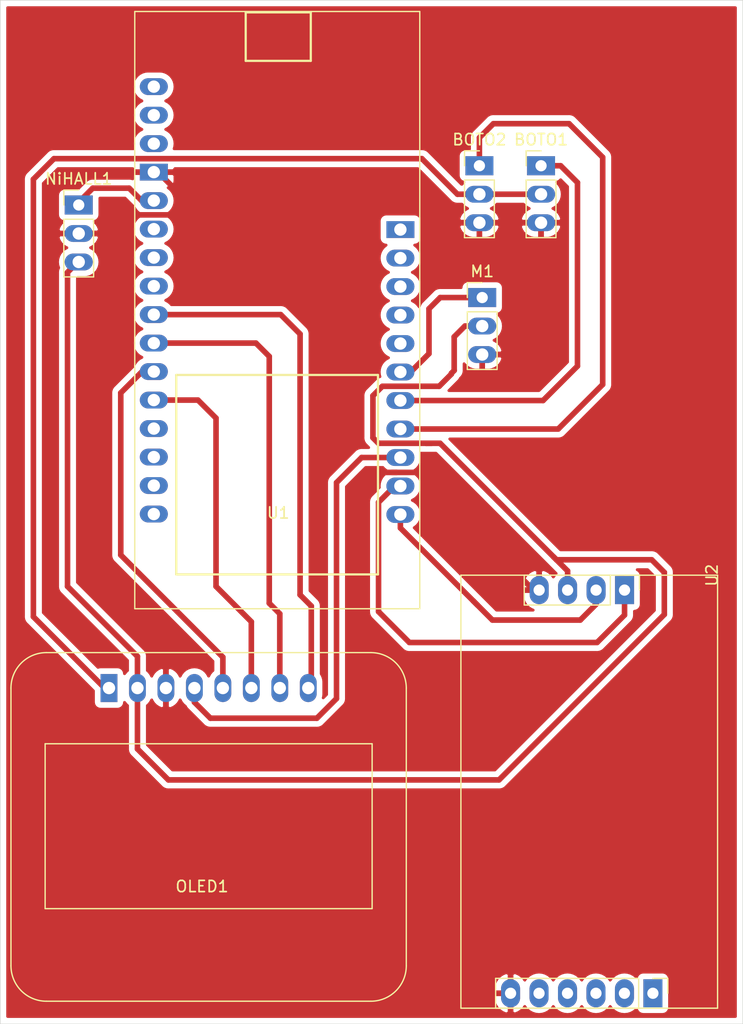
<source format=kicad_pcb>
(kicad_pcb (version 20171130) (host pcbnew "(5.1.12)-1")

  (general
    (thickness 1.6)
    (drawings 4)
    (tracks 139)
    (zones 0)
    (modules 7)
    (nets 22)
  )

  (page A4)
  (layers
    (0 F.Cu signal)
    (31 B.Cu signal)
    (32 B.Adhes user)
    (33 F.Adhes user)
    (34 B.Paste user)
    (35 F.Paste user)
    (36 B.SilkS user)
    (37 F.SilkS user)
    (38 B.Mask user)
    (39 F.Mask user)
    (40 Dwgs.User user)
    (41 Cmts.User user)
    (42 Eco1.User user)
    (43 Eco2.User user)
    (44 Edge.Cuts user)
    (45 Margin user)
    (46 B.CrtYd user)
    (47 F.CrtYd user)
    (48 B.Fab user)
    (49 F.Fab user)
  )

  (setup
    (last_trace_width 0.25)
    (user_trace_width 0.5)
    (trace_clearance 0.2)
    (zone_clearance 0.508)
    (zone_45_only no)
    (trace_min 0.2)
    (via_size 0.8)
    (via_drill 0.4)
    (via_min_size 0.4)
    (via_min_drill 0.3)
    (uvia_size 0.3)
    (uvia_drill 0.1)
    (uvias_allowed no)
    (uvia_min_size 0.2)
    (uvia_min_drill 0.1)
    (edge_width 0.05)
    (segment_width 0.2)
    (pcb_text_width 0.3)
    (pcb_text_size 1.5 1.5)
    (mod_edge_width 0.12)
    (mod_text_size 1 1)
    (mod_text_width 0.15)
    (pad_size 1.5 2.5)
    (pad_drill 1.1)
    (pad_to_mask_clearance 0)
    (aux_axis_origin 0 0)
    (visible_elements 7FFFFFFF)
    (pcbplotparams
      (layerselection 0x21048_7fffffff)
      (usegerberextensions false)
      (usegerberattributes true)
      (usegerberadvancedattributes true)
      (creategerberjobfile true)
      (excludeedgelayer true)
      (linewidth 0.100000)
      (plotframeref false)
      (viasonmask false)
      (mode 1)
      (useauxorigin false)
      (hpglpennumber 1)
      (hpglpenspeed 20)
      (hpglpendiameter 15.000000)
      (psnegative false)
      (psa4output false)
      (plotreference true)
      (plotvalue true)
      (plotinvisibletext false)
      (padsonsilk false)
      (subtractmaskfromsilk false)
      (outputformat 1)
      (mirror false)
      (drillshape 0)
      (scaleselection 1)
      (outputdirectory "../FabDispen/"))
  )

  (net 0 "")
  (net 1 GND)
  (net 2 +3V3)
  (net 3 "Net-(BOTO1-Pad1)")
  (net 4 "Net-(BOTO2-Pad1)")
  (net 5 +5V)
  (net 6 SERVO)
  (net 7 "Net-(NiHALL1-Pad1)")
  (net 8 RST)
  (net 9 SCK)
  (net 10 SI)
  (net 11 CS)
  (net 12 DC)
  (net 13 SCL)
  (net 14 SDA)
  (net 15 "Net-(U1-Pad19)")
  (net 16 "Net-(U1-Pad20)")
  (net 17 "Net-(U1-Pad21)")
  (net 18 "Net-(U1-Pad14)")
  (net 19 "Net-(U1-Pad1)")
  (net 20 "Net-(U2-Pad3)")
  (net 21 "Net-(U2-Pad1)")

  (net_class Default "This is the default net class."
    (clearance 0.2)
    (trace_width 0.25)
    (via_dia 0.8)
    (via_drill 0.4)
    (uvia_dia 0.3)
    (uvia_drill 0.1)
    (add_net +3V3)
    (add_net +5V)
    (add_net CS)
    (add_net DC)
    (add_net GND)
    (add_net "Net-(BOTO1-Pad1)")
    (add_net "Net-(BOTO2-Pad1)")
    (add_net "Net-(NiHALL1-Pad1)")
    (add_net "Net-(U1-Pad1)")
    (add_net "Net-(U1-Pad14)")
    (add_net "Net-(U1-Pad19)")
    (add_net "Net-(U1-Pad20)")
    (add_net "Net-(U1-Pad21)")
    (add_net "Net-(U2-Pad1)")
    (add_net "Net-(U2-Pad3)")
    (add_net RST)
    (add_net SCK)
    (add_net SCL)
    (add_net SDA)
    (add_net SERVO)
    (add_net SI)
  )

  (module MODULOS:DS3231MH (layer F.Cu) (tedit 64947291) (tstamp 64850BD5)
    (at 196 40.5 270)
    (path /6484C580)
    (fp_text reference U2 (at 0 0.5 270) (layer F.SilkS)
      (effects (font (size 1 1) (thickness 0.15)))
    )
    (fp_text value DS3231MZ (at 0 -0.5 270) (layer F.Fab)
      (effects (font (size 1 1) (thickness 0.15)))
    )
    (fp_line (start 38.6 0) (end 38.6 22.9) (layer F.SilkS) (width 0.12))
    (fp_line (start 0 22.9) (end 38.6 22.9) (layer F.SilkS) (width 0.12))
    (fp_line (start 0 0) (end 0 22.9) (layer F.SilkS) (width 0.12))
    (fp_line (start 0 0) (end 38.6 0) (layer F.SilkS) (width 0.12))
    (fp_line (start 38.54 4.5) (end 38.54 19.74) (layer F.Fab) (width 0.1))
    (fp_line (start 36.635 4.5) (end 38.54 4.5) (layer F.Fab) (width 0.1))
    (fp_line (start 35.94 7.04) (end 38.6 7.04) (layer F.SilkS) (width 0.12))
    (fp_line (start 35.94 5.77) (end 35.94 4.44) (layer F.SilkS) (width 0.12))
    (fp_line (start 35.94 4.44) (end 37.27 4.44) (layer F.SilkS) (width 0.12))
    (fp_line (start 38.54 19.74) (end 36 19.74) (layer F.Fab) (width 0.1))
    (fp_line (start 36 5.135) (end 36.635 4.5) (layer F.Fab) (width 0.1))
    (fp_line (start 38.6 7.04) (end 38.6 19.8) (layer F.SilkS) (width 0.12))
    (fp_line (start 36 19.74) (end 36 5.135) (layer F.Fab) (width 0.1))
    (fp_line (start 35.94 19.8) (end 38.6 19.8) (layer F.SilkS) (width 0.12))
    (fp_line (start 35.94 7.04) (end 35.94 19.8) (layer F.SilkS) (width 0.12))
    (fp_line (start 0 8.3) (end 0 6.97) (layer F.SilkS) (width 0.12))
    (fp_line (start 0 17.25) (end 2.66 17.25) (layer F.SilkS) (width 0.12))
    (fp_line (start 2.6 17.19) (end 0.06 17.19) (layer F.Fab) (width 0.1))
    (fp_line (start 2.6 7.03) (end 2.6 17.19) (layer F.Fab) (width 0.1))
    (fp_line (start 0.695 7.03) (end 2.6 7.03) (layer F.Fab) (width 0.1))
    (fp_line (start 0 9.57) (end 0 17.25) (layer F.SilkS) (width 0.12))
    (fp_line (start 0 6.97) (end 1.33 6.97) (layer F.SilkS) (width 0.12))
    (fp_line (start 0.06 7.665) (end 0.695 7.03) (layer F.Fab) (width 0.1))
    (fp_line (start 0.06 17.19) (end 0.06 7.665) (layer F.Fab) (width 0.1))
    (fp_line (start 2.66 9.57) (end 2.66 17.25) (layer F.SilkS) (width 0.12))
    (fp_line (start 0 9.57) (end 2.66 9.57) (layer F.SilkS) (width 0.12))
    (pad 7 thru_hole oval (at 1.33 10.84 270) (size 2.5 1.7) (drill 1) (layers *.Cu *.Mask)
      (net 14 SDA))
    (pad 5 thru_hole oval (at 1.33 15.92 270) (size 2.5 1.7) (drill 1) (layers *.Cu *.Mask)
      (net 1 GND))
    (pad 2 thru_hole oval (at 1.33 13.38 270) (size 2.5 1.7) (drill 1) (layers *.Cu *.Mask)
      (net 5 +5V))
    (pad 8 thru_hole rect (at 1.33 8.3 270) (size 2.5 1.7) (drill 1) (layers *.Cu *.Mask)
      (net 13 SCL))
    (pad 2 thru_hole oval (at 37.27 15.93 270) (size 2.5 1.7) (drill 1) (layers *.Cu *.Mask)
      (net 5 +5V))
    (pad 8 thru_hole oval (at 37.27 10.85 270) (size 2.5 1.7) (drill 1) (layers *.Cu *.Mask)
      (net 13 SCL))
    (pad 1 thru_hole rect (at 37.27 5.77 270) (size 2.5 1.7) (drill 1) (layers *.Cu *.Mask)
      (net 21 "Net-(U2-Pad1)"))
    (pad 7 thru_hole oval (at 37.27 13.39 270) (size 2.5 1.7) (drill 1) (layers *.Cu *.Mask)
      (net 14 SDA))
    (pad 3 thru_hole oval (at 37.27 8.31 270) (size 2.5 1.7) (drill 1) (layers *.Cu *.Mask)
      (net 20 "Net-(U2-Pad3)"))
    (pad 5 thru_hole oval (at 37.27 18.47 270) (size 2.5 1.7) (drill 1) (layers *.Cu *.Mask)
      (net 1 GND))
  )

  (module MODULOS:OLED128X128 (layer F.Cu) (tedit 649471A0) (tstamp 6485024C)
    (at 150 67.75)
    (path /6484BF16)
    (fp_text reference OLED1 (at 0 0.5) (layer F.SilkS)
      (effects (font (size 1 1) (thickness 0.15)))
    )
    (fp_text value Conn_01x08 (at 0 -0.5) (layer F.Fab)
      (effects (font (size 1 1) (thickness 0.15)))
    )
    (fp_line (start -13.89 10.87) (end 15.07 10.87) (layer F.CrtYd) (width 0.05))
    (fp_line (start -13.888 10.728) (end 15.068 10.728) (layer F.SilkS) (width 0.12))
    (fp_line (start -13.888 10.618) (end 15.068 10.618) (layer F.Fab) (width 0.1))
    (fp_line (start 15.068 -12.112) (end 15.068 2.366) (layer F.Fab) (width 0.1))
    (fp_line (start -13.998 2.476) (end 15.178 2.476) (layer F.SilkS) (width 0.12))
    (fp_line (start 15.178 -12.222) (end 15.178 2.476) (layer F.SilkS) (width 0.12))
    (fp_line (start -13.888 2.366) (end 15.068 2.366) (layer F.Fab) (width 0.1))
    (fp_line (start 15.07 -20.49) (end -13.89 -20.49) (layer F.CrtYd) (width 0.05))
    (fp_line (start -17.046 -17.19) (end -17.046 7.57) (layer F.SilkS) (width 0.12))
    (fp_line (start -13.998 -12.222) (end -13.998 2.476) (layer F.SilkS) (width 0.12))
    (fp_line (start 15.068 -20.348) (end -13.888 -20.348) (layer F.SilkS) (width 0.12))
    (fp_line (start 18.37 -17.19) (end 18.37 7.57) (layer F.CrtYd) (width 0.05))
    (fp_line (start -13.998 -12.222) (end 15.178 -12.222) (layer F.SilkS) (width 0.12))
    (fp_line (start 15.068 -20.238) (end -13.888 -20.238) (layer F.Fab) (width 0.1))
    (fp_line (start 18.116 -17.19) (end 18.116 7.568) (layer F.Fab) (width 0.1))
    (fp_line (start 18.226 -17.19) (end 18.226 7.57) (layer F.SilkS) (width 0.12))
    (fp_line (start -13.888 -12.112) (end 15.068 -12.112) (layer F.Fab) (width 0.1))
    (fp_line (start -16.936 -17.188) (end -16.936 7.57) (layer F.Fab) (width 0.1))
    (fp_line (start -13.888 -12.112) (end -13.888 2.366) (layer F.Fab) (width 0.1))
    (fp_line (start -17.19 -17.19) (end -17.19 7.57) (layer F.CrtYd) (width 0.05))
    (fp_arc (start -13.888 7.57) (end -13.888 10.618) (angle 90) (layer F.Fab) (width 0.1))
    (fp_arc (start -13.888 7.57) (end -13.888 10.728) (angle 90) (layer F.SilkS) (width 0.12))
    (fp_arc (start -13.89 7.57) (end -13.89 10.87) (angle 90) (layer F.CrtYd) (width 0.05))
    (fp_arc (start 15.068 7.57) (end 15.07 10.618) (angle -90) (layer F.Fab) (width 0.1))
    (fp_arc (start 15.07 7.57) (end 15.07 10.87) (angle -90) (layer F.CrtYd) (width 0.05))
    (fp_arc (start 15.068 7.57) (end 15.068 10.728) (angle -90) (layer F.SilkS) (width 0.12))
    (fp_arc (start -13.89 -17.19) (end -13.89 -20.49) (angle -90) (layer F.CrtYd) (width 0.05))
    (fp_arc (start 15.07 -17.19) (end 15.07 -20.49) (angle 90) (layer F.CrtYd) (width 0.05))
    (fp_arc (start -13.888 -17.19) (end -13.89 -20.238) (angle -90) (layer F.Fab) (width 0.1))
    (fp_arc (start -13.888 -17.19) (end -13.888 -20.348) (angle -90) (layer F.SilkS) (width 0.12))
    (fp_arc (start 15.068 -17.19) (end 15.068 -20.348) (angle 90) (layer F.SilkS) (width 0.12))
    (fp_arc (start 15.068 -17.19) (end 15.068 -20.238) (angle 90) (layer F.Fab) (width 0.1))
    (pad 3 thru_hole oval (at -3.22 -17.19) (size 1.5 2.5) (drill 1.1) (layers *.Cu *.Mask)
      (net 1 GND))
    (pad 4 thru_hole oval (at -0.68 -17.19) (size 1.5 2.5) (drill 1.1) (layers *.Cu *.Mask)
      (net 8 RST))
    (pad 5 thru_hole oval (at 1.86 -17.19) (size 1.5 2.5) (drill 1.1) (layers *.Cu *.Mask)
      (net 9 SCK))
    (pad 6 thru_hole oval (at 4.4 -17.19) (size 1.5 2.5) (drill 1.1) (layers *.Cu *.Mask)
      (net 10 SI))
    (pad 7 thru_hole oval (at 6.94 -17.19) (size 1.5 2.5) (drill 1.1) (layers *.Cu *.Mask)
      (net 11 CS))
    (pad 8 thru_hole oval (at 9.48 -17.19) (size 1.5 2.5) (drill 1.1) (layers *.Cu *.Mask)
      (net 12 DC))
    (pad 1 thru_hole rect (at -8.3 -17.19) (size 1.5 2.5) (drill 1.1) (layers *.Cu *.Mask)
      (net 2 +3V3))
    (pad 2 thru_hole oval (at -5.76 -17.19) (size 1.5 2.5) (drill 1.1) (layers *.Cu *.Mask)
      (net 5 +5V))
  )

  (module MODULOS:Lora32U4 (layer F.Cu) (tedit 64947136) (tstamp 64850283)
    (at 144 -9.75)
    (path /64849BFA)
    (fp_text reference U1 (at 12.8 44.7) (layer F.SilkS)
      (effects (font (size 1 1) (thickness 0.15)))
    )
    (fp_text value LoRa32U4 (at 12.2 41.4) (layer F.Fab)
      (effects (font (size 1 1) (thickness 0.15)))
    )
    (fp_line (start 25.43 0) (end 0 0) (layer F.SilkS) (width 0.12))
    (fp_line (start 25.43 53.24) (end 25.43 0) (layer F.SilkS) (width 0.12))
    (fp_line (start 0 53.24) (end 25.43 53.24) (layer F.SilkS) (width 0.12))
    (fp_line (start 0 0) (end 0 53.24) (layer F.SilkS) (width 0.12))
    (fp_line (start 3.7 50.18) (end 21.7 50.18) (layer F.SilkS) (width 0.2))
    (fp_line (start 9.899 4.4) (end 15.705 4.4) (layer F.SilkS) (width 0.2))
    (fp_line (start 3.7 32.4) (end 3.7 50.18) (layer F.SilkS) (width 0.2))
    (fp_line (start 15.705 0.078) (end 15.705 4.4) (layer F.Fab) (width 0.2))
    (fp_line (start 15.705 4.4) (end 15.705 0.078) (layer F.SilkS) (width 0.2))
    (fp_line (start 21.7 32.4) (end 3.7 32.4) (layer F.SilkS) (width 0.2))
    (fp_line (start 3.7 50.18) (end 21.7 50.18) (layer F.Fab) (width 0.2))
    (fp_line (start 21.7 32.4) (end 3.7 32.4) (layer F.Fab) (width 0.2))
    (fp_line (start 21.7 50.18) (end 21.7 32.4) (layer F.Fab) (width 0.2))
    (fp_line (start 21.7 50.18) (end 21.7 32.4) (layer F.SilkS) (width 0.2))
    (fp_line (start 9.899 0.078) (end 15.705 0.078) (layer F.Fab) (width 0.2))
    (fp_line (start 9.899 0.078) (end 9.899 4.4) (layer F.SilkS) (width 0.2))
    (fp_line (start 9.899 4.4) (end 15.705 4.4) (layer F.Fab) (width 0.2))
    (fp_line (start 15.705 0.078) (end 9.899 0.078) (layer F.SilkS) (width 0.2))
    (fp_line (start 9.899 4.4) (end 9.899 0.078) (layer F.Fab) (width 0.2))
    (fp_line (start 3.7 32.4) (end 3.7 50.18) (layer F.Fab) (width 0.2))
    (pad EN thru_hole oval (at 23.7 21.98 90) (size 1.5 2.5) (drill 1.1) (layers *.Cu *.Mask))
    (pad 13 thru_hole oval (at 23.7 24.52 90) (size 1.5 2.5) (drill 1.1) (layers *.Cu *.Mask))
    (pad 10 thru_hole oval (at 23.7 32.14 90) (size 1.5 2.5) (drill 1.1) (layers *.Cu *.Mask)
      (net 6 SERVO))
    (pad 3 thru_hole oval (at 23.7 42.3 90) (size 1.5 2.5) (drill 1.1) (layers *.Cu *.Mask)
      (net 13 SCL))
    (pad Bat+ thru_hole rect (at 23.7 19.44 90) (size 1.5 2.5) (drill 1.1) (layers *.Cu *.Mask))
    (pad 5 thru_hole oval (at 23.7 39.76 90) (size 1.5 2.5) (drill 1.1) (layers *.Cu *.Mask)
      (net 8 RST))
    (pad 12 thru_hole oval (at 23.7 27.06 90) (size 1.5 2.5) (drill 1.1) (layers *.Cu *.Mask))
    (pad 6 thru_hole oval (at 23.7 37.22 90) (size 1.5 2.5) (drill 1.1) (layers *.Cu *.Mask)
      (net 4 "Net-(BOTO2-Pad1)"))
    (pad 2 thru_hole oval (at 23.7 44.84 90) (size 1.5 2.5) (drill 1.1) (layers *.Cu *.Mask)
      (net 14 SDA))
    (pad 11 thru_hole oval (at 23.7 29.6 90) (size 1.5 2.5) (drill 1.1) (layers *.Cu *.Mask))
    (pad 9 thru_hole oval (at 23.7 34.68 90) (size 1.5 2.5) (drill 1.1) (layers *.Cu *.Mask)
      (net 3 "Net-(BOTO1-Pad1)"))
    (pad GND thru_hole rect (at 1.7 14.32 90) (size 1.5 2.5) (drill 1.1) (layers *.Cu *.Mask)
      (net 1 GND))
    (pad 18 thru_hole oval (at 1.7 16.86 90) (size 1.5 2.5) (drill 1.1) (layers *.Cu *.Mask)
      (net 7 "Net-(NiHALL1-Pad1)"))
    (pad 19 thru_hole oval (at 1.7 19.4 90) (size 1.5 2.5) (drill 1.1) (layers *.Cu *.Mask)
      (net 15 "Net-(U1-Pad19)"))
    (pad 20 thru_hole oval (at 1.7 21.94 90) (size 1.5 2.5) (drill 1.1) (layers *.Cu *.Mask)
      (net 16 "Net-(U1-Pad20)"))
    (pad 23 thru_hole oval (at 1.7 29.56 90) (size 1.5 2.5) (drill 1.1) (layers *.Cu *.Mask)
      (net 11 CS))
    (pad 17 thru_hole oval (at 1.7 37.18 90) (size 1.5 2.5) (drill 1.1) (layers *.Cu *.Mask))
    (pad 0 thru_hole oval (at 1.7 39.72 90) (size 1.5 2.5) (drill 1.1) (layers *.Cu *.Mask))
    (pad RST thru_hole oval (at 1.7 6.7 90) (size 1.5 2.5) (drill 1.1) (layers *.Cu *.Mask))
    (pad 21 thru_hole oval (at 1.7 24.48 90) (size 1.5 2.5) (drill 1.1) (layers *.Cu *.Mask)
      (net 17 "Net-(U1-Pad21)"))
    (pad 16 thru_hole oval (at 1.7 34.64 90) (size 1.5 2.5) (drill 1.1) (layers *.Cu *.Mask)
      (net 10 SI))
    (pad 14 thru_hole oval (at 1.7 44.8 90) (size 1.5 2.5) (drill 1.1) (layers *.Cu *.Mask)
      (net 18 "Net-(U1-Pad14)"))
    (pad 3V3 thru_hole oval (at 1.7 9.24 90) (size 1.5 2.5) (drill 1.1) (layers *.Cu *.Mask))
    (pad 1 thru_hole oval (at 1.7 42.26 90) (size 1.5 2.5) (drill 1.1) (layers *.Cu *.Mask)
      (net 19 "Net-(U1-Pad1)"))
    (pad 22 thru_hole oval (at 1.7 27.02 90) (size 1.5 2.5) (drill 1.1) (layers *.Cu *.Mask)
      (net 12 DC))
    (pad 15 thru_hole oval (at 1.7 32.1 90) (size 1.5 2.5) (drill 1.1) (layers *.Cu *.Mask)
      (net 9 SCK))
    (pad AREF thru_hole oval (at 1.7 11.78 90) (size 1.5 2.5) (drill 1.1) (layers *.Cu *.Mask))
  )

  (module Connector_PinHeader_2.54mm:PinHeader_1x03_P2.54mm_Vertical (layer F.Cu) (tedit 59FED5CC) (tstamp 64850220)
    (at 139 7.5)
    (descr "Through hole straight pin header, 1x03, 2.54mm pitch, single row")
    (tags "Through hole pin header THT 1x03 2.54mm single row")
    (path /6484BAFB)
    (fp_text reference NiHALL1 (at 0 -2.33) (layer F.SilkS)
      (effects (font (size 1 1) (thickness 0.15)))
    )
    (fp_text value Conn_01x03 (at 0 7.41) (layer F.Fab)
      (effects (font (size 1 1) (thickness 0.15)))
    )
    (fp_line (start 1.8 -1.8) (end -1.8 -1.8) (layer F.CrtYd) (width 0.05))
    (fp_line (start 1.8 6.85) (end 1.8 -1.8) (layer F.CrtYd) (width 0.05))
    (fp_line (start -1.8 6.85) (end 1.8 6.85) (layer F.CrtYd) (width 0.05))
    (fp_line (start -1.8 -1.8) (end -1.8 6.85) (layer F.CrtYd) (width 0.05))
    (fp_line (start -1.33 -1.33) (end 0 -1.33) (layer F.SilkS) (width 0.12))
    (fp_line (start -1.33 0) (end -1.33 -1.33) (layer F.SilkS) (width 0.12))
    (fp_line (start -1.33 1.27) (end 1.33 1.27) (layer F.SilkS) (width 0.12))
    (fp_line (start 1.33 1.27) (end 1.33 6.41) (layer F.SilkS) (width 0.12))
    (fp_line (start -1.33 1.27) (end -1.33 6.41) (layer F.SilkS) (width 0.12))
    (fp_line (start -1.33 6.41) (end 1.33 6.41) (layer F.SilkS) (width 0.12))
    (fp_line (start -1.27 -0.635) (end -0.635 -1.27) (layer F.Fab) (width 0.1))
    (fp_line (start -1.27 6.35) (end -1.27 -0.635) (layer F.Fab) (width 0.1))
    (fp_line (start 1.27 6.35) (end -1.27 6.35) (layer F.Fab) (width 0.1))
    (fp_line (start 1.27 -1.27) (end 1.27 6.35) (layer F.Fab) (width 0.1))
    (fp_line (start -0.635 -1.27) (end 1.27 -1.27) (layer F.Fab) (width 0.1))
    (fp_text user %R (at 0 2.54 90) (layer F.Fab)
      (effects (font (size 1 1) (thickness 0.15)))
    )
    (pad 1 thru_hole rect (at 0 0) (size 2.5 1.7) (drill 1) (layers *.Cu *.Mask)
      (net 7 "Net-(NiHALL1-Pad1)"))
    (pad 2 thru_hole oval (at 0 2.54 90) (size 1.5 2.5) (drill 1.1) (layers *.Cu *.Mask)
      (net 1 GND))
    (pad 3 thru_hole oval (at 0 5.08 90) (size 1.5 2.5) (drill 1.1) (layers *.Cu *.Mask)
      (net 5 +5V))
    (model ${KISYS3DMOD}/Connector_PinHeader_2.54mm.3dshapes/PinHeader_1x03_P2.54mm_Vertical.wrl
      (at (xyz 0 0 0))
      (scale (xyz 1 1 1))
      (rotate (xyz 0 0 0))
    )
  )

  (module Connector_PinHeader_2.54mm:PinHeader_1x03_P2.54mm_Vertical (layer F.Cu) (tedit 59FED5CC) (tstamp 64850209)
    (at 175 15.75)
    (descr "Through hole straight pin header, 1x03, 2.54mm pitch, single row")
    (tags "Through hole pin header THT 1x03 2.54mm single row")
    (path /6484B47B)
    (fp_text reference M1 (at 0 -2.33) (layer F.SilkS)
      (effects (font (size 1 1) (thickness 0.15)))
    )
    (fp_text value Motor_Servo (at 0 7.41) (layer F.Fab)
      (effects (font (size 1 1) (thickness 0.15)))
    )
    (fp_text user %R (at 0 2.54 90) (layer F.Fab)
      (effects (font (size 1 1) (thickness 0.15)))
    )
    (fp_line (start 1.8 -1.8) (end -1.8 -1.8) (layer F.CrtYd) (width 0.05))
    (fp_line (start 1.8 6.85) (end 1.8 -1.8) (layer F.CrtYd) (width 0.05))
    (fp_line (start -1.8 6.85) (end 1.8 6.85) (layer F.CrtYd) (width 0.05))
    (fp_line (start -1.8 -1.8) (end -1.8 6.85) (layer F.CrtYd) (width 0.05))
    (fp_line (start -1.33 -1.33) (end 0 -1.33) (layer F.SilkS) (width 0.12))
    (fp_line (start -1.33 0) (end -1.33 -1.33) (layer F.SilkS) (width 0.12))
    (fp_line (start -1.33 1.27) (end 1.33 1.27) (layer F.SilkS) (width 0.12))
    (fp_line (start 1.33 1.27) (end 1.33 6.41) (layer F.SilkS) (width 0.12))
    (fp_line (start -1.33 1.27) (end -1.33 6.41) (layer F.SilkS) (width 0.12))
    (fp_line (start -1.33 6.41) (end 1.33 6.41) (layer F.SilkS) (width 0.12))
    (fp_line (start -1.27 -0.635) (end -0.635 -1.27) (layer F.Fab) (width 0.1))
    (fp_line (start -1.27 6.35) (end -1.27 -0.635) (layer F.Fab) (width 0.1))
    (fp_line (start 1.27 6.35) (end -1.27 6.35) (layer F.Fab) (width 0.1))
    (fp_line (start 1.27 -1.27) (end 1.27 6.35) (layer F.Fab) (width 0.1))
    (fp_line (start -0.635 -1.27) (end 1.27 -1.27) (layer F.Fab) (width 0.1))
    (pad 1 thru_hole rect (at 0 0) (size 2.5 1.7) (drill 1) (layers *.Cu *.Mask)
      (net 6 SERVO))
    (pad 2 thru_hole oval (at 0 2.54 90) (size 1.5 2.5) (drill 1.1) (layers *.Cu *.Mask)
      (net 5 +5V))
    (pad 3 thru_hole oval (at 0 5.08 90) (size 1.5 2.5) (drill 1.1) (layers *.Cu *.Mask)
      (net 1 GND))
    (model ${KISYS3DMOD}/Connector_PinHeader_2.54mm.3dshapes/PinHeader_1x03_P2.54mm_Vertical.wrl
      (at (xyz 0 0 0))
      (scale (xyz 1 1 1))
      (rotate (xyz 0 0 0))
    )
  )

  (module Connector_PinHeader_2.54mm:PinHeader_1x03_P2.54mm_Vertical (layer F.Cu) (tedit 649472F0) (tstamp 648505FD)
    (at 174.75 4)
    (descr "Through hole straight pin header, 1x03, 2.54mm pitch, single row")
    (tags "Through hole pin header THT 1x03 2.54mm single row")
    (path /6484CD6F)
    (fp_text reference BOTO2 (at 0 -2.33) (layer F.SilkS)
      (effects (font (size 1 1) (thickness 0.15)))
    )
    (fp_text value Conn_01x03 (at 0 7.41) (layer F.Fab)
      (effects (font (size 1 1) (thickness 0.15)))
    )
    (fp_line (start -0.635 -1.27) (end 1.27 -1.27) (layer F.Fab) (width 0.1))
    (fp_line (start 1.27 -1.27) (end 1.27 6.35) (layer F.Fab) (width 0.1))
    (fp_line (start 1.27 6.35) (end -1.27 6.35) (layer F.Fab) (width 0.1))
    (fp_line (start -1.27 6.35) (end -1.27 -0.635) (layer F.Fab) (width 0.1))
    (fp_line (start -1.27 -0.635) (end -0.635 -1.27) (layer F.Fab) (width 0.1))
    (fp_line (start -1.33 6.41) (end 1.33 6.41) (layer F.SilkS) (width 0.12))
    (fp_line (start -1.33 1.27) (end -1.33 6.41) (layer F.SilkS) (width 0.12))
    (fp_line (start 1.33 1.27) (end 1.33 6.41) (layer F.SilkS) (width 0.12))
    (fp_line (start -1.33 1.27) (end 1.33 1.27) (layer F.SilkS) (width 0.12))
    (fp_line (start -1.33 0) (end -1.33 -1.33) (layer F.SilkS) (width 0.12))
    (fp_line (start -1.33 -1.33) (end 0 -1.33) (layer F.SilkS) (width 0.12))
    (fp_line (start -1.8 -1.8) (end -1.8 6.85) (layer F.CrtYd) (width 0.05))
    (fp_line (start -1.8 6.85) (end 1.8 6.85) (layer F.CrtYd) (width 0.05))
    (fp_line (start 1.8 6.85) (end 1.8 -1.8) (layer F.CrtYd) (width 0.05))
    (fp_line (start 1.8 -1.8) (end -1.8 -1.8) (layer F.CrtYd) (width 0.05))
    (fp_text user %R (at 0 2.54 90) (layer F.Fab)
      (effects (font (size 1 1) (thickness 0.15)))
    )
    (pad 3 thru_hole oval (at 0 5.08 90) (size 1.5 2.5) (drill 1.1) (layers *.Cu *.Mask)
      (net 1 GND))
    (pad 2 thru_hole oval (at 0 2.54 90) (size 1.5 2.5) (drill 1.1) (layers *.Cu *.Mask)
      (net 2 +3V3))
    (pad 1 thru_hole rect (at 0 0) (size 2.5 1.7) (drill 1) (layers *.Cu *.Mask)
      (net 4 "Net-(BOTO2-Pad1)"))
    (model ${KISYS3DMOD}/Connector_PinHeader_2.54mm.3dshapes/PinHeader_1x03_P2.54mm_Vertical.wrl
      (at (xyz 0 0 0))
      (scale (xyz 1 1 1))
      (rotate (xyz 0 0 0))
    )
  )

  (module Connector_PinHeader_2.54mm:PinHeader_1x03_P2.54mm_Vertical (layer F.Cu) (tedit 6484B8FF) (tstamp 648501DB)
    (at 180.25 4)
    (descr "Through hole straight pin header, 1x03, 2.54mm pitch, single row")
    (tags "Through hole pin header THT 1x03 2.54mm single row")
    (path /6484ED92)
    (fp_text reference BOTO1 (at 0 -2.33) (layer F.SilkS)
      (effects (font (size 1 1) (thickness 0.15)))
    )
    (fp_text value Conn_01x03 (at 0 7.41) (layer F.Fab)
      (effects (font (size 1 1) (thickness 0.15)))
    )
    (fp_text user %R (at 0 2.54 90) (layer F.Fab)
      (effects (font (size 1 1) (thickness 0.15)))
    )
    (fp_line (start 1.8 -1.8) (end -1.8 -1.8) (layer F.CrtYd) (width 0.05))
    (fp_line (start 1.8 6.85) (end 1.8 -1.8) (layer F.CrtYd) (width 0.05))
    (fp_line (start -1.8 6.85) (end 1.8 6.85) (layer F.CrtYd) (width 0.05))
    (fp_line (start -1.8 -1.8) (end -1.8 6.85) (layer F.CrtYd) (width 0.05))
    (fp_line (start -1.33 -1.33) (end 0 -1.33) (layer F.SilkS) (width 0.12))
    (fp_line (start -1.33 0) (end -1.33 -1.33) (layer F.SilkS) (width 0.12))
    (fp_line (start -1.33 1.27) (end 1.33 1.27) (layer F.SilkS) (width 0.12))
    (fp_line (start 1.33 1.27) (end 1.33 6.41) (layer F.SilkS) (width 0.12))
    (fp_line (start -1.33 1.27) (end -1.33 6.41) (layer F.SilkS) (width 0.12))
    (fp_line (start -1.33 6.41) (end 1.33 6.41) (layer F.SilkS) (width 0.12))
    (fp_line (start -1.27 -0.635) (end -0.635 -1.27) (layer F.Fab) (width 0.1))
    (fp_line (start -1.27 6.35) (end -1.27 -0.635) (layer F.Fab) (width 0.1))
    (fp_line (start 1.27 6.35) (end -1.27 6.35) (layer F.Fab) (width 0.1))
    (fp_line (start 1.27 -1.27) (end 1.27 6.35) (layer F.Fab) (width 0.1))
    (fp_line (start -0.635 -1.27) (end 1.27 -1.27) (layer F.Fab) (width 0.1))
    (pad 1 thru_hole rect (at 0 0) (size 2.5 1.7) (drill 1) (layers *.Cu *.Mask)
      (net 3 "Net-(BOTO1-Pad1)"))
    (pad 2 thru_hole oval (at 0 2.54 90) (size 1.5 2.5) (drill 1.1) (layers *.Cu *.Mask)
      (net 2 +3V3))
    (pad 3 thru_hole oval (at 0 5.08 90) (size 1.5 2.5) (drill 1.1) (layers *.Cu *.Mask)
      (net 1 GND))
    (model ${KISYS3DMOD}/Connector_PinHeader_2.54mm.3dshapes/PinHeader_1x03_P2.54mm_Vertical.wrl
      (at (xyz 0 0 0))
      (scale (xyz 1 1 1))
      (rotate (xyz 0 0 0))
    )
  )

  (gr_line (start 132 -10.75) (end 132 80.5) (layer Edge.Cuts) (width 0.05))
  (gr_line (start 198.25 80.5) (end 132 80.5) (layer Edge.Cuts) (width 0.05))
  (gr_line (start 198.25 -10.75) (end 198.25 80.5) (layer Edge.Cuts) (width 0.05))
  (gr_line (start 132 -10.75) (end 198.25 -10.75) (layer Edge.Cuts) (width 0.05))

  (segment (start 140.75 41.1907) (end 146.78 47.2207) (width 0.5) (layer F.Cu) (net 1))
  (segment (start 146.78 47.2207) (end 146.78 50.56) (width 0.5) (layer F.Cu) (net 1))
  (segment (start 142.212 10.04) (end 142.212 15.7876) (width 0.5) (layer F.Cu) (net 1))
  (segment (start 142.212 15.7876) (end 141.25 16.75) (width 0.5) (layer F.Cu) (net 1))
  (segment (start 141.25 16.75) (end 140.75 17.25) (width 0.5) (layer F.Cu) (net 1))
  (segment (start 140.75 17.25) (end 140.75 41.1907) (width 0.5) (layer F.Cu) (net 1))
  (segment (start 175 20.83) (end 178.42 20.83) (width 0.5) (layer F.Cu) (net 1))
  (segment (start 178.42 20.83) (end 180.25 19) (width 0.5) (layer F.Cu) (net 1))
  (segment (start 180.25 19) (end 180.25 9.08) (width 0.5) (layer F.Cu) (net 1))
  (segment (start 174.75 9.08) (end 180.25 9.08) (width 0.5) (layer F.Cu) (net 1))
  (segment (start 174.75 9.08) (end 171.08 9.08) (width 0.5) (layer F.Cu) (net 1))
  (segment (start 171.08 9.08) (end 169.626 7.6264) (width 0.5) (layer F.Cu) (net 1))
  (segment (start 169.626 7.6264) (end 149.624 7.6264) (width 0.5) (layer F.Cu) (net 1))
  (segment (start 142.212 10.04) (end 143.872 8.38) (width 0.5) (layer F.Cu) (net 1))
  (segment (start 143.872 8.38) (end 148.87 8.38) (width 0.5) (layer F.Cu) (net 1))
  (segment (start 148.87 8.38) (end 149.375 7.875) (width 0.5) (layer F.Cu) (net 1))
  (segment (start 149.375 7.875) (end 149.624 7.6264) (width 0.5) (layer F.Cu) (net 1))
  (segment (start 145.7 4.57) (end 146.07 4.57) (width 0.5) (layer F.Cu) (net 1))
  (segment (start 146.07 4.57) (end 149.375 7.875) (width 0.5) (layer F.Cu) (net 1))
  (segment (start 149.624 7.6236) (end 149.624 7.6264) (width 0.5) (layer F.Cu) (net 1))
  (segment (start 139 10.04) (end 142.212 10.04) (width 0.5) (layer F.Cu) (net 1))
  (segment (start 165.9112 31.3388) (end 167.3388 31.3388) (width 0.5) (layer F.Cu) (net 1))
  (segment (start 164.25 53.25) (end 164.25 33) (width 0.5) (layer F.Cu) (net 1))
  (segment (start 161.25 56.25) (end 164.25 53.25) (width 0.5) (layer F.Cu) (net 1))
  (segment (start 164.25 33) (end 165.9112 31.3388) (width 0.5) (layer F.Cu) (net 1))
  (segment (start 150 56.25) (end 161.25 56.25) (width 0.5) (layer F.Cu) (net 1))
  (segment (start 146.78 53.03) (end 150 56.25) (width 0.5) (layer F.Cu) (net 1))
  (segment (start 146.78 50.56) (end 146.78 53.03) (width 0.5) (layer F.Cu) (net 1))
  (segment (start 167.3388 31.3388) (end 166.9562 31.3388) (width 0.5) (layer F.Cu) (net 1))
  (segment (start 179.58 41.83) (end 180.08 41.83) (width 0.5) (layer F.Cu) (net 1))
  (segment (start 169.0888 31.3388) (end 179.58 41.83) (width 0.5) (layer F.Cu) (net 1))
  (segment (start 167.3388 31.3388) (end 169.0888 31.3388) (width 0.5) (layer F.Cu) (net 1))
  (segment (start 174.75 6.54) (end 180.25 6.54) (width 0.5) (layer F.Cu) (net 2))
  (segment (start 169.62 3.3696) (end 172.79 6.54) (width 0.5) (layer F.Cu) (net 2))
  (segment (start 136.789 3.3696) (end 169.62 3.3696) (width 0.5) (layer F.Cu) (net 2))
  (segment (start 134.954 5.2045) (end 136.789 3.3696) (width 0.5) (layer F.Cu) (net 2))
  (segment (start 134.954 44.204) (end 134.954 5.2045) (width 0.5) (layer F.Cu) (net 2))
  (segment (start 172.79 6.54) (end 174.75 6.54) (width 0.5) (layer F.Cu) (net 2))
  (segment (start 141.31 50.56) (end 134.954 44.204) (width 0.5) (layer F.Cu) (net 2))
  (segment (start 141.7 50.56) (end 141.31 50.56) (width 0.5) (layer F.Cu) (net 2))
  (segment (start 180.25 4) (end 182 4) (width 0.5) (layer F.Cu) (net 3))
  (segment (start 182 4) (end 183.5 5.5) (width 0.5) (layer F.Cu) (net 3))
  (segment (start 183.5 5.5) (end 183.5 21.86) (width 0.5) (layer F.Cu) (net 3))
  (segment (start 183.5 21.86) (end 180.43 24.93) (width 0.5) (layer F.Cu) (net 3))
  (segment (start 180.43 24.93) (end 167.7 24.93) (width 0.5) (layer F.Cu) (net 3))
  (segment (start 174.75 4) (end 174.75 1.5) (width 0.5) (layer F.Cu) (net 4))
  (segment (start 174.75 1.5) (end 176 0.25) (width 0.5) (layer F.Cu) (net 4))
  (segment (start 176 0.25) (end 182.75 0.25) (width 0.5) (layer F.Cu) (net 4))
  (segment (start 182.75 0.25) (end 185.75 3.25) (width 0.5) (layer F.Cu) (net 4))
  (segment (start 185.75 3.25) (end 185.75 23.5) (width 0.5) (layer F.Cu) (net 4))
  (segment (start 185.75 23.5) (end 181.78 27.47) (width 0.5) (layer F.Cu) (net 4))
  (segment (start 181.78 27.47) (end 167.7 27.47) (width 0.5) (layer F.Cu) (net 4))
  (segment (start 138 41.5) (end 144.24 47.74) (width 0.5) (layer F.Cu) (net 5))
  (segment (start 144.24 47.74) (end 144.24 50.56) (width 0.5) (layer F.Cu) (net 5))
  (segment (start 139 12.58) (end 138.92 12.58) (width 0.5) (layer F.Cu) (net 5))
  (segment (start 138.92 12.58) (end 138 13.5) (width 0.5) (layer F.Cu) (net 5))
  (segment (start 138 13.5) (end 138 41.5) (width 0.5) (layer F.Cu) (net 5))
  (segment (start 165.74 28.74) (end 165.25 28.25) (width 0.5) (layer F.Cu) (net 5))
  (segment (start 165.25 28.25) (end 165.25 24.5) (width 0.5) (layer F.Cu) (net 5))
  (segment (start 165.25 24.5) (end 166.09 23.66) (width 0.5) (layer F.Cu) (net 5))
  (segment (start 166.09 23.66) (end 171.16 23.66) (width 0.5) (layer F.Cu) (net 5))
  (segment (start 171.16 23.66) (end 172.25 22.57) (width 0.5) (layer F.Cu) (net 5))
  (segment (start 172.25 22.57) (end 172.25 22.5) (width 0.5) (layer F.Cu) (net 5))
  (segment (start 172.25 22.5) (end 172.5 22.25) (width 0.5) (layer F.Cu) (net 5))
  (segment (start 172.5 22.25) (end 172.5 19.25) (width 0.5) (layer F.Cu) (net 5))
  (segment (start 172.5 19.25) (end 173.46 18.29) (width 0.5) (layer F.Cu) (net 5))
  (segment (start 173.46 18.29) (end 175 18.29) (width 0.5) (layer F.Cu) (net 5))
  (segment (start 191.25 40.25) (end 190.125 39.125) (width 0.5) (layer F.Cu) (net 5))
  (segment (start 191.25 44) (end 191.25 40.25) (width 0.5) (layer F.Cu) (net 5))
  (segment (start 176.5 58.75) (end 181 54.25) (width 0.5) (layer F.Cu) (net 5))
  (segment (start 147 58.75) (end 176.5 58.75) (width 0.5) (layer F.Cu) (net 5))
  (segment (start 144.24 55.99) (end 147 58.75) (width 0.5) (layer F.Cu) (net 5))
  (segment (start 144.24 50.56) (end 144.24 55.99) (width 0.5) (layer F.Cu) (net 5))
  (segment (start 181 54.25) (end 191.25 44) (width 0.5) (layer F.Cu) (net 5))
  (segment (start 179.25 56) (end 181 54.25) (width 0.5) (layer F.Cu) (net 5))
  (segment (start 170.01 28.74) (end 165.74 28.74) (width 0.5) (layer F.Cu) (net 5))
  (segment (start 170.49 28.74) (end 170.01 28.74) (width 0.5) (layer F.Cu) (net 5))
  (segment (start 182.62 40.12) (end 182.62 40.37) (width 0.5) (layer F.Cu) (net 5))
  (segment (start 182.62 40.37) (end 182.62 41.83) (width 0.5) (layer F.Cu) (net 5))
  (segment (start 170.01 28.74) (end 171.24 28.74) (width 0.5) (layer F.Cu) (net 5))
  (segment (start 181.625 39.125) (end 181.375 38.875) (width 0.5) (layer F.Cu) (net 5))
  (segment (start 190.125 39.125) (end 181.625 39.125) (width 0.5) (layer F.Cu) (net 5))
  (segment (start 181.375 38.875) (end 182.62 40.12) (width 0.5) (layer F.Cu) (net 5))
  (segment (start 171.24 28.74) (end 181.375 38.875) (width 0.5) (layer F.Cu) (net 5))
  (segment (start 167.7 22.39) (end 168.61 22.39) (width 0.5) (layer F.Cu) (net 6))
  (segment (start 168.61 22.39) (end 170.25 20.75) (width 0.5) (layer F.Cu) (net 6))
  (segment (start 170.25 20.75) (end 170.25 16.75) (width 0.5) (layer F.Cu) (net 6))
  (segment (start 170.25 16.75) (end 171.25 15.75) (width 0.5) (layer F.Cu) (net 6))
  (segment (start 171.25 15.75) (end 175 15.75) (width 0.5) (layer F.Cu) (net 6))
  (segment (start 139 7.5) (end 139 7.25) (width 0.5) (layer F.Cu) (net 7))
  (segment (start 139 7.25) (end 140.25 6) (width 0.5) (layer F.Cu) (net 7))
  (segment (start 140.25 6) (end 143.5 6) (width 0.5) (layer F.Cu) (net 7))
  (segment (start 143.5 6) (end 144.61 7.11) (width 0.5) (layer F.Cu) (net 7))
  (segment (start 144.61 7.11) (end 145.7 7.11) (width 0.5) (layer F.Cu) (net 7))
  (segment (start 139.39 7.11) (end 139 7.5) (width 0.5) (layer F.Cu) (net 7))
  (segment (start 149.32 51.82) (end 149.32 50.56) (width 0.5) (layer F.Cu) (net 8))
  (segment (start 150.75 53.25) (end 149.32 51.82) (width 0.5) (layer F.Cu) (net 8))
  (segment (start 162 51.5) (end 160.25 53.25) (width 0.5) (layer F.Cu) (net 8))
  (segment (start 164.24 30.01) (end 162 32.25) (width 0.5) (layer F.Cu) (net 8))
  (segment (start 167.7 30.01) (end 164.24 30.01) (width 0.5) (layer F.Cu) (net 8))
  (segment (start 162 32.25) (end 162 51.5) (width 0.5) (layer F.Cu) (net 8))
  (segment (start 160.25 53.25) (end 150.75 53.25) (width 0.5) (layer F.Cu) (net 8))
  (segment (start 142.75 38.7) (end 151.86 47.81) (width 0.5) (layer F.Cu) (net 9))
  (segment (start 151.86 47.81) (end 151.86 50.56) (width 0.5) (layer F.Cu) (net 9))
  (segment (start 145.7 22.35) (end 144.65 22.35) (width 0.5) (layer F.Cu) (net 9))
  (segment (start 144.65 22.35) (end 142.75 24.25) (width 0.5) (layer F.Cu) (net 9))
  (segment (start 142.75 24.25) (end 142.75 38.7) (width 0.5) (layer F.Cu) (net 9))
  (segment (start 151.25 41.5) (end 154.4 44.65) (width 0.5) (layer F.Cu) (net 10))
  (segment (start 154.4 44.65) (end 154.4 50.56) (width 0.5) (layer F.Cu) (net 10))
  (segment (start 146.39 24.89) (end 149.64 24.89) (width 0.5) (layer F.Cu) (net 10))
  (segment (start 149.64 24.89) (end 151.25 26.5) (width 0.5) (layer F.Cu) (net 10))
  (segment (start 151.25 26.5) (end 151.25 41.5) (width 0.5) (layer F.Cu) (net 10))
  (segment (start 145.7 24.89) (end 146.39 24.89) (width 0.5) (layer F.Cu) (net 10))
  (segment (start 145.7 24.89) (end 146.39 24.89) (width 0.5) (layer F.Cu) (net 10))
  (segment (start 145.7 19.81) (end 154.81 19.81) (width 0.5) (layer F.Cu) (net 11))
  (segment (start 156 43) (end 156.94 43.94) (width 0.5) (layer F.Cu) (net 11))
  (segment (start 156 21) (end 156 43) (width 0.5) (layer F.Cu) (net 11))
  (segment (start 156.94 43.94) (end 156.94 50.56) (width 0.5) (layer F.Cu) (net 11))
  (segment (start 154.81 19.81) (end 156 21) (width 0.5) (layer F.Cu) (net 11))
  (segment (start 159.75 50.29) (end 159.48 50.56) (width 0.5) (layer F.Cu) (net 12))
  (segment (start 145.7 17.27) (end 157.02 17.27) (width 0.5) (layer F.Cu) (net 12))
  (segment (start 158.75 42.25) (end 159.75 43.25) (width 0.5) (layer F.Cu) (net 12))
  (segment (start 158.75 19) (end 158.75 42.25) (width 0.5) (layer F.Cu) (net 12))
  (segment (start 159.75 43.25) (end 159.75 50.29) (width 0.5) (layer F.Cu) (net 12))
  (segment (start 157.02 17.27) (end 158.75 19) (width 0.5) (layer F.Cu) (net 12))
  (segment (start 167.7 32.55) (end 167.2 32.55) (width 0.5) (layer F.Cu) (net 13))
  (segment (start 167.2 32.55) (end 165.75 34) (width 0.5) (layer F.Cu) (net 13))
  (segment (start 165.75 34) (end 165.75 43.75) (width 0.5) (layer F.Cu) (net 13))
  (segment (start 165.75 43.75) (end 168.5 46.5) (width 0.5) (layer F.Cu) (net 13))
  (segment (start 168.5 46.5) (end 185.25 46.5) (width 0.5) (layer F.Cu) (net 13))
  (segment (start 187.7 44.05) (end 187.7 41.83) (width 0.5) (layer F.Cu) (net 13))
  (segment (start 185.25 46.5) (end 187.7 44.05) (width 0.5) (layer F.Cu) (net 13))
  (segment (start 167.7 35.09) (end 167.7 36.2903) (width 0.5) (layer F.Cu) (net 14))
  (segment (start 175.9097 44.5) (end 174.20485 42.79515) (width 0.5) (layer F.Cu) (net 14))
  (segment (start 183.75 44.5) (end 175.9097 44.5) (width 0.5) (layer F.Cu) (net 14))
  (segment (start 185.16 43.09) (end 183.75 44.5) (width 0.5) (layer F.Cu) (net 14))
  (segment (start 185.16 41.83) (end 185.16 43.09) (width 0.5) (layer F.Cu) (net 14))
  (segment (start 174.20485 42.79515) (end 167.7 36.2903) (width 0.5) (layer F.Cu) (net 14))
  (segment (start 174.5811 43.1714) (end 174.20485 42.79515) (width 0.5) (layer F.Cu) (net 14))

  (zone (net 1) (net_name GND) (layer F.Cu) (tstamp 6489294C) (hatch edge 0.508)
    (connect_pads (clearance 0.508))
    (min_thickness 0.254)
    (fill yes (arc_segments 32) (thermal_gap 0.508) (thermal_bridge_width 0.508))
    (polygon
      (pts
        (xy 197.75 80) (xy 132.25 80) (xy 132.25 -10.5) (xy 197.75 -10.5)
      )
    )
    (filled_polygon
      (pts
        (xy 197.590001 79.84) (xy 132.66 79.84) (xy 132.66 77.897) (xy 176.045 77.897) (xy 176.045 78.297)
        (xy 176.09831 78.584269) (xy 176.206639 78.855618) (xy 176.365824 79.100619) (xy 176.569748 79.309857) (xy 176.810574 79.475291)
        (xy 177.079047 79.590563) (xy 177.17311 79.611476) (xy 177.403 79.490155) (xy 177.403 77.897) (xy 176.045 77.897)
        (xy 132.66 77.897) (xy 132.66 77.243) (xy 176.045 77.243) (xy 176.045 77.643) (xy 177.403 77.643)
        (xy 177.403 76.049845) (xy 177.657 76.049845) (xy 177.657 77.643) (xy 177.677 77.643) (xy 177.677 77.897)
        (xy 177.657 77.897) (xy 177.657 79.490155) (xy 177.88689 79.611476) (xy 177.980953 79.590563) (xy 178.249426 79.475291)
        (xy 178.490252 79.309857) (xy 178.694176 79.100619) (xy 178.798105 78.940662) (xy 178.829294 78.999013) (xy 179.014866 79.225134)
        (xy 179.240986 79.410706) (xy 179.498966 79.548599) (xy 179.778889 79.633513) (xy 180.07 79.662185) (xy 180.36111 79.633513)
        (xy 180.641033 79.548599) (xy 180.899013 79.410706) (xy 181.125134 79.225134) (xy 181.310706 78.999014) (xy 181.34 78.944208)
        (xy 181.369294 78.999013) (xy 181.554866 79.225134) (xy 181.780986 79.410706) (xy 182.038966 79.548599) (xy 182.318889 79.633513)
        (xy 182.61 79.662185) (xy 182.90111 79.633513) (xy 183.181033 79.548599) (xy 183.439013 79.410706) (xy 183.665134 79.225134)
        (xy 183.850706 78.999014) (xy 183.88 78.944208) (xy 183.909294 78.999013) (xy 184.094866 79.225134) (xy 184.320986 79.410706)
        (xy 184.578966 79.548599) (xy 184.858889 79.633513) (xy 185.15 79.662185) (xy 185.44111 79.633513) (xy 185.721033 79.548599)
        (xy 185.979013 79.410706) (xy 186.205134 79.225134) (xy 186.390706 78.999014) (xy 186.42 78.944208) (xy 186.449294 78.999013)
        (xy 186.634866 79.225134) (xy 186.860986 79.410706) (xy 187.118966 79.548599) (xy 187.398889 79.633513) (xy 187.69 79.662185)
        (xy 187.98111 79.633513) (xy 188.261033 79.548599) (xy 188.519013 79.410706) (xy 188.745134 79.225134) (xy 188.769607 79.195313)
        (xy 188.790498 79.26418) (xy 188.849463 79.374494) (xy 188.928815 79.471185) (xy 189.025506 79.550537) (xy 189.13582 79.609502)
        (xy 189.255518 79.645812) (xy 189.38 79.658072) (xy 191.08 79.658072) (xy 191.204482 79.645812) (xy 191.32418 79.609502)
        (xy 191.434494 79.550537) (xy 191.531185 79.471185) (xy 191.610537 79.374494) (xy 191.669502 79.26418) (xy 191.705812 79.144482)
        (xy 191.718072 79.02) (xy 191.718072 76.52) (xy 191.705812 76.395518) (xy 191.669502 76.27582) (xy 191.610537 76.165506)
        (xy 191.531185 76.068815) (xy 191.434494 75.989463) (xy 191.32418 75.930498) (xy 191.204482 75.894188) (xy 191.08 75.881928)
        (xy 189.38 75.881928) (xy 189.255518 75.894188) (xy 189.13582 75.930498) (xy 189.025506 75.989463) (xy 188.928815 76.068815)
        (xy 188.849463 76.165506) (xy 188.790498 76.27582) (xy 188.769607 76.344687) (xy 188.745134 76.314866) (xy 188.519014 76.129294)
        (xy 188.261034 75.991401) (xy 187.981111 75.906487) (xy 187.69 75.877815) (xy 187.39889 75.906487) (xy 187.118967 75.991401)
        (xy 186.860987 76.129294) (xy 186.634866 76.314866) (xy 186.449294 76.540986) (xy 186.42 76.595791) (xy 186.390706 76.540986)
        (xy 186.205134 76.314866) (xy 185.979014 76.129294) (xy 185.721034 75.991401) (xy 185.441111 75.906487) (xy 185.15 75.877815)
        (xy 184.85889 75.906487) (xy 184.578967 75.991401) (xy 184.320987 76.129294) (xy 184.094866 76.314866) (xy 183.909294 76.540986)
        (xy 183.88 76.595791) (xy 183.850706 76.540986) (xy 183.665134 76.314866) (xy 183.439014 76.129294) (xy 183.181034 75.991401)
        (xy 182.901111 75.906487) (xy 182.61 75.877815) (xy 182.31889 75.906487) (xy 182.038967 75.991401) (xy 181.780987 76.129294)
        (xy 181.554866 76.314866) (xy 181.369294 76.540986) (xy 181.34 76.595791) (xy 181.310706 76.540986) (xy 181.125134 76.314866)
        (xy 180.899014 76.129294) (xy 180.641034 75.991401) (xy 180.361111 75.906487) (xy 180.07 75.877815) (xy 179.77889 75.906487)
        (xy 179.498967 75.991401) (xy 179.240987 76.129294) (xy 179.014866 76.314866) (xy 178.829294 76.540986) (xy 178.798105 76.599337)
        (xy 178.694176 76.439381) (xy 178.490252 76.230143) (xy 178.249426 76.064709) (xy 177.980953 75.949437) (xy 177.88689 75.928524)
        (xy 177.657 76.049845) (xy 177.403 76.049845) (xy 177.17311 75.928524) (xy 177.079047 75.949437) (xy 176.810574 76.064709)
        (xy 176.569748 76.230143) (xy 176.365824 76.439381) (xy 176.206639 76.684382) (xy 176.09831 76.955731) (xy 176.045 77.243)
        (xy 132.66 77.243) (xy 132.66 5.204476) (xy 134.064719 5.204476) (xy 134.069001 5.247965) (xy 134.069 44.160531)
        (xy 134.064719 44.204) (xy 134.069 44.247469) (xy 134.069 44.247476) (xy 134.081805 44.377489) (xy 134.132411 44.544312)
        (xy 134.214589 44.698058) (xy 134.325183 44.832817) (xy 134.358956 44.860534) (xy 140.311928 50.813507) (xy 140.311928 51.81)
        (xy 140.324188 51.934482) (xy 140.360498 52.05418) (xy 140.419463 52.164494) (xy 140.498815 52.261185) (xy 140.595506 52.340537)
        (xy 140.70582 52.399502) (xy 140.825518 52.435812) (xy 140.95 52.448072) (xy 142.45 52.448072) (xy 142.574482 52.435812)
        (xy 142.69418 52.399502) (xy 142.804494 52.340537) (xy 142.901185 52.261185) (xy 142.980537 52.164494) (xy 143.039502 52.05418)
        (xy 143.075812 51.934482) (xy 143.085473 51.836392) (xy 143.25592 52.044081) (xy 143.355 52.125394) (xy 143.355001 55.946521)
        (xy 143.350719 55.99) (xy 143.367805 56.16349) (xy 143.418412 56.330313) (xy 143.50059 56.484059) (xy 143.583468 56.585046)
        (xy 143.583471 56.585049) (xy 143.611184 56.618817) (xy 143.644951 56.646529) (xy 146.34347 59.345049) (xy 146.371183 59.378817)
        (xy 146.404951 59.40653) (xy 146.404953 59.406532) (xy 146.476452 59.46521) (xy 146.505941 59.489411) (xy 146.659687 59.571589)
        (xy 146.82651 59.622195) (xy 146.956523 59.635) (xy 146.956533 59.635) (xy 146.999999 59.639281) (xy 147.043465 59.635)
        (xy 176.456531 59.635) (xy 176.5 59.639281) (xy 176.543469 59.635) (xy 176.543477 59.635) (xy 176.67349 59.622195)
        (xy 176.840313 59.571589) (xy 176.994059 59.489411) (xy 177.128817 59.378817) (xy 177.156534 59.345044) (xy 181.656532 54.845047)
        (xy 181.656537 54.845041) (xy 191.845051 44.656528) (xy 191.878817 44.628817) (xy 191.925784 44.571589) (xy 191.98941 44.49406)
        (xy 191.989411 44.494059) (xy 192.071589 44.340313) (xy 192.122195 44.17349) (xy 192.135 44.043477) (xy 192.135 44.043467)
        (xy 192.139281 44.000001) (xy 192.135 43.956534) (xy 192.135 40.293465) (xy 192.139281 40.249999) (xy 192.135 40.206533)
        (xy 192.135 40.206523) (xy 192.122195 40.07651) (xy 192.071589 39.909687) (xy 191.989411 39.755941) (xy 191.96521 39.726452)
        (xy 191.906532 39.654953) (xy 191.90653 39.654951) (xy 191.878817 39.621183) (xy 191.845049 39.59347) (xy 190.781532 38.529954)
        (xy 190.753817 38.496183) (xy 190.619059 38.385589) (xy 190.465313 38.303411) (xy 190.29849 38.252805) (xy 190.168477 38.24)
        (xy 190.168469 38.24) (xy 190.125 38.235719) (xy 190.081531 38.24) (xy 181.991579 38.24) (xy 172.106578 28.355)
        (xy 181.736531 28.355) (xy 181.78 28.359281) (xy 181.823469 28.355) (xy 181.823477 28.355) (xy 181.95349 28.342195)
        (xy 182.120313 28.291589) (xy 182.274059 28.209411) (xy 182.408817 28.098817) (xy 182.436534 28.065044) (xy 186.345049 24.15653)
        (xy 186.378817 24.128817) (xy 186.428392 24.068411) (xy 186.489411 23.994059) (xy 186.515142 23.945919) (xy 186.571589 23.840313)
        (xy 186.622195 23.67349) (xy 186.635 23.543477) (xy 186.635 23.543469) (xy 186.639281 23.5) (xy 186.635 23.456531)
        (xy 186.635 3.293469) (xy 186.639281 3.25) (xy 186.635 3.206531) (xy 186.635 3.206523) (xy 186.622195 3.07651)
        (xy 186.603257 3.014081) (xy 186.571589 2.909686) (xy 186.489411 2.755941) (xy 186.406532 2.654953) (xy 186.40653 2.654951)
        (xy 186.378817 2.621183) (xy 186.34505 2.593471) (xy 183.406534 -0.345044) (xy 183.378817 -0.378817) (xy 183.244059 -0.489411)
        (xy 183.090313 -0.571589) (xy 182.92349 -0.622195) (xy 182.793477 -0.635) (xy 182.793469 -0.635) (xy 182.75 -0.639281)
        (xy 182.706531 -0.635) (xy 176.043469 -0.635) (xy 176 -0.639281) (xy 175.956531 -0.635) (xy 175.956523 -0.635)
        (xy 175.841306 -0.623652) (xy 175.826509 -0.622195) (xy 175.775903 -0.606843) (xy 175.659687 -0.571589) (xy 175.505941 -0.489411)
        (xy 175.505939 -0.48941) (xy 175.50594 -0.48941) (xy 175.404953 -0.406532) (xy 175.404951 -0.40653) (xy 175.371183 -0.378817)
        (xy 175.34347 -0.345049) (xy 174.154951 0.843471) (xy 174.121184 0.871183) (xy 174.093471 0.904951) (xy 174.093468 0.904954)
        (xy 174.01059 1.005941) (xy 173.928412 1.159687) (xy 173.877805 1.32651) (xy 173.860719 1.5) (xy 173.865001 1.543479)
        (xy 173.865001 2.511928) (xy 173.5 2.511928) (xy 173.375518 2.524188) (xy 173.25582 2.560498) (xy 173.145506 2.619463)
        (xy 173.048815 2.698815) (xy 172.969463 2.795506) (xy 172.910498 2.90582) (xy 172.874188 3.025518) (xy 172.861928 3.15)
        (xy 172.861928 4.85) (xy 172.874188 4.974482) (xy 172.910498 5.09418) (xy 172.969463 5.204494) (xy 173.048815 5.301185)
        (xy 173.145506 5.380537) (xy 173.25582 5.439502) (xy 173.366765 5.473157) (xy 173.265919 5.555919) (xy 173.184605 5.655)
        (xy 173.156612 5.655) (xy 170.276551 2.774577) (xy 170.248817 2.740783) (xy 170.174176 2.679526) (xy 170.114105 2.630221)
        (xy 170.114085 2.63021) (xy 170.114059 2.630189) (xy 170.027815 2.584091) (xy 169.960365 2.548033) (xy 169.96034 2.548025)
        (xy 169.960313 2.548011) (xy 169.873163 2.521574) (xy 169.793545 2.497416) (xy 169.793517 2.497413) (xy 169.79349 2.497405)
        (xy 169.697092 2.487911) (xy 169.620056 2.480319) (xy 169.576561 2.4846) (xy 147.509419 2.4846) (xy 147.56496 2.301507)
        (xy 147.591701 2.03) (xy 147.56496 1.758493) (xy 147.485764 1.497419) (xy 147.357157 1.256812) (xy 147.184081 1.045919)
        (xy 146.973188 0.872843) (xy 146.762073 0.76) (xy 146.973188 0.647157) (xy 147.184081 0.474081) (xy 147.357157 0.263188)
        (xy 147.485764 0.022581) (xy 147.56496 -0.238493) (xy 147.591701 -0.51) (xy 147.56496 -0.781507) (xy 147.485764 -1.042581)
        (xy 147.357157 -1.283188) (xy 147.184081 -1.494081) (xy 146.973188 -1.667157) (xy 146.762073 -1.78) (xy 146.973188 -1.892843)
        (xy 147.184081 -2.065919) (xy 147.357157 -2.276812) (xy 147.485764 -2.517419) (xy 147.56496 -2.778493) (xy 147.591701 -3.05)
        (xy 147.56496 -3.321507) (xy 147.485764 -3.582581) (xy 147.357157 -3.823188) (xy 147.184081 -4.034081) (xy 146.973188 -4.207157)
        (xy 146.732581 -4.335764) (xy 146.471507 -4.41496) (xy 146.268037 -4.435) (xy 145.131963 -4.435) (xy 144.928493 -4.41496)
        (xy 144.667419 -4.335764) (xy 144.426812 -4.207157) (xy 144.215919 -4.034081) (xy 144.042843 -3.823188) (xy 143.914236 -3.582581)
        (xy 143.83504 -3.321507) (xy 143.808299 -3.05) (xy 143.83504 -2.778493) (xy 143.914236 -2.517419) (xy 144.042843 -2.276812)
        (xy 144.215919 -2.065919) (xy 144.426812 -1.892843) (xy 144.637927 -1.78) (xy 144.426812 -1.667157) (xy 144.215919 -1.494081)
        (xy 144.042843 -1.283188) (xy 143.914236 -1.042581) (xy 143.83504 -0.781507) (xy 143.808299 -0.51) (xy 143.83504 -0.238493)
        (xy 143.914236 0.022581) (xy 144.042843 0.263188) (xy 144.215919 0.474081) (xy 144.426812 0.647157) (xy 144.637927 0.76)
        (xy 144.426812 0.872843) (xy 144.215919 1.045919) (xy 144.042843 1.256812) (xy 143.914236 1.497419) (xy 143.83504 1.758493)
        (xy 143.808299 2.03) (xy 143.83504 2.301507) (xy 143.890581 2.4846) (xy 136.83248 2.4846) (xy 136.789024 2.480319)
        (xy 136.745545 2.4846) (xy 136.745523 2.4846) (xy 136.673917 2.491652) (xy 136.615533 2.497401) (xy 136.615525 2.497404)
        (xy 136.61551 2.497405) (xy 136.507722 2.530103) (xy 136.448708 2.548003) (xy 136.448701 2.548007) (xy 136.448687 2.548011)
        (xy 136.367018 2.591663) (xy 136.29496 2.630176) (xy 136.29495 2.630184) (xy 136.294941 2.630189) (xy 136.233423 2.680676)
        (xy 136.193971 2.713052) (xy 136.193962 2.713061) (xy 136.160183 2.740783) (xy 136.132477 2.774543) (xy 134.358959 4.547964)
        (xy 134.325184 4.575683) (xy 134.284857 4.624821) (xy 134.214603 4.710421) (xy 134.214597 4.710433) (xy 134.21459 4.710441)
        (xy 134.187786 4.760589) (xy 134.132421 4.864165) (xy 134.132417 4.864177) (xy 134.132412 4.864187) (xy 134.110221 4.93734)
        (xy 134.08181 5.030987) (xy 134.081809 5.031002) (xy 134.081806 5.03101) (xy 134.074475 5.105441) (xy 134.064719 5.204476)
        (xy 132.66 5.204476) (xy 132.66 -10.09) (xy 197.59 -10.09)
      )
    )
    (filled_polygon
      (pts
        (xy 143.815 4.28425) (xy 143.97375 4.443) (xy 145.573 4.443) (xy 145.573 4.423) (xy 145.827 4.423)
        (xy 145.827 4.443) (xy 147.42625 4.443) (xy 147.585 4.28425) (xy 147.585196 4.2546) (xy 169.253389 4.2546)
        (xy 172.133449 7.135023) (xy 172.161183 7.168817) (xy 172.232622 7.227446) (xy 172.295894 7.279379) (xy 172.295917 7.279391)
        (xy 172.295941 7.279411) (xy 172.375962 7.322183) (xy 172.449634 7.361567) (xy 172.449661 7.361575) (xy 172.449687 7.361589)
        (xy 172.534755 7.387395) (xy 172.616455 7.412184) (xy 172.616483 7.412187) (xy 172.61651 7.412195) (xy 172.712908 7.421689)
        (xy 172.789944 7.429281) (xy 172.833441 7.425) (xy 173.184605 7.425) (xy 173.265919 7.524081) (xy 173.476812 7.697157)
        (xy 173.692578 7.812486) (xy 173.602651 7.849028) (xy 173.374939 7.998972) (xy 173.180855 8.19046) (xy 173.027858 8.416132)
        (xy 172.921827 8.667316) (xy 172.907682 8.738815) (xy 173.030344 8.953) (xy 174.623 8.953) (xy 174.623 8.933)
        (xy 174.877 8.933) (xy 174.877 8.953) (xy 176.469656 8.953) (xy 176.592318 8.738815) (xy 176.578173 8.667316)
        (xy 176.472142 8.416132) (xy 176.319145 8.19046) (xy 176.125061 7.998972) (xy 175.897349 7.849028) (xy 175.807422 7.812486)
        (xy 176.023188 7.697157) (xy 176.234081 7.524081) (xy 176.315395 7.425) (xy 178.684605 7.425) (xy 178.765919 7.524081)
        (xy 178.976812 7.697157) (xy 179.192578 7.812486) (xy 179.102651 7.849028) (xy 178.874939 7.998972) (xy 178.680855 8.19046)
        (xy 178.527858 8.416132) (xy 178.421827 8.667316) (xy 178.407682 8.738815) (xy 178.530344 8.953) (xy 180.123 8.953)
        (xy 180.123 8.933) (xy 180.377 8.933) (xy 180.377 8.953) (xy 181.969656 8.953) (xy 182.092318 8.738815)
        (xy 182.078173 8.667316) (xy 181.972142 8.416132) (xy 181.819145 8.19046) (xy 181.625061 7.998972) (xy 181.397349 7.849028)
        (xy 181.307422 7.812486) (xy 181.523188 7.697157) (xy 181.734081 7.524081) (xy 181.907157 7.313188) (xy 182.035764 7.072581)
        (xy 182.11496 6.811507) (xy 182.141701 6.54) (xy 182.11496 6.268493) (xy 182.035764 6.007419) (xy 181.907157 5.766812)
        (xy 181.734081 5.555919) (xy 181.633235 5.473157) (xy 181.74418 5.439502) (xy 181.854494 5.380537) (xy 181.951185 5.301185)
        (xy 181.995549 5.247127) (xy 182.615 5.866579) (xy 182.615001 21.49342) (xy 180.063422 24.045) (xy 172.026578 24.045)
        (xy 172.84505 23.226529) (xy 172.878817 23.198817) (xy 172.908058 23.163188) (xy 172.989411 23.064059) (xy 173.034973 22.978817)
        (xy 173.048996 22.952582) (xy 173.095045 22.906533) (xy 173.128817 22.878817) (xy 173.239411 22.744059) (xy 173.321589 22.590313)
        (xy 173.372195 22.42349) (xy 173.385 22.293477) (xy 173.385 22.293467) (xy 173.389281 22.250001) (xy 173.385 22.206535)
        (xy 173.385 21.651903) (xy 173.430855 21.71954) (xy 173.624939 21.911028) (xy 173.852651 22.060972) (xy 174.10524 22.163611)
        (xy 174.373 22.215) (xy 174.873 22.215) (xy 174.873 20.957) (xy 175.127 20.957) (xy 175.127 22.215)
        (xy 175.627 22.215) (xy 175.89476 22.163611) (xy 176.147349 22.060972) (xy 176.375061 21.911028) (xy 176.569145 21.71954)
        (xy 176.722142 21.493868) (xy 176.828173 21.242684) (xy 176.842318 21.171185) (xy 176.719656 20.957) (xy 175.127 20.957)
        (xy 174.873 20.957) (xy 174.853 20.957) (xy 174.853 20.703) (xy 174.873 20.703) (xy 174.873 20.683)
        (xy 175.127 20.683) (xy 175.127 20.703) (xy 176.719656 20.703) (xy 176.842318 20.488815) (xy 176.828173 20.417316)
        (xy 176.722142 20.166132) (xy 176.569145 19.94046) (xy 176.375061 19.748972) (xy 176.147349 19.599028) (xy 176.057422 19.562486)
        (xy 176.273188 19.447157) (xy 176.484081 19.274081) (xy 176.657157 19.063188) (xy 176.785764 18.822581) (xy 176.86496 18.561507)
        (xy 176.891701 18.29) (xy 176.86496 18.018493) (xy 176.785764 17.757419) (xy 176.657157 17.516812) (xy 176.484081 17.305919)
        (xy 176.383235 17.223157) (xy 176.49418 17.189502) (xy 176.604494 17.130537) (xy 176.701185 17.051185) (xy 176.780537 16.954494)
        (xy 176.839502 16.84418) (xy 176.875812 16.724482) (xy 176.888072 16.6) (xy 176.888072 14.9) (xy 176.875812 14.775518)
        (xy 176.839502 14.65582) (xy 176.780537 14.545506) (xy 176.701185 14.448815) (xy 176.604494 14.369463) (xy 176.49418 14.310498)
        (xy 176.374482 14.274188) (xy 176.25 14.261928) (xy 173.75 14.261928) (xy 173.625518 14.274188) (xy 173.50582 14.310498)
        (xy 173.395506 14.369463) (xy 173.298815 14.448815) (xy 173.219463 14.545506) (xy 173.160498 14.65582) (xy 173.124188 14.775518)
        (xy 173.115375 14.865) (xy 171.293469 14.865) (xy 171.25 14.860719) (xy 171.206531 14.865) (xy 171.206523 14.865)
        (xy 171.07651 14.877805) (xy 170.909686 14.928411) (xy 170.755941 15.010589) (xy 170.654953 15.093468) (xy 170.654951 15.09347)
        (xy 170.621183 15.121183) (xy 170.59347 15.154951) (xy 169.654951 16.093471) (xy 169.621184 16.121183) (xy 169.593471 16.154951)
        (xy 169.593468 16.154954) (xy 169.51059 16.255941) (xy 169.428412 16.409687) (xy 169.378012 16.575829) (xy 169.357157 16.536812)
        (xy 169.184081 16.325919) (xy 168.973188 16.152843) (xy 168.762073 16.04) (xy 168.973188 15.927157) (xy 169.184081 15.754081)
        (xy 169.357157 15.543188) (xy 169.485764 15.302581) (xy 169.56496 15.041507) (xy 169.591701 14.77) (xy 169.56496 14.498493)
        (xy 169.485764 14.237419) (xy 169.357157 13.996812) (xy 169.184081 13.785919) (xy 168.973188 13.612843) (xy 168.762073 13.5)
        (xy 168.973188 13.387157) (xy 169.184081 13.214081) (xy 169.357157 13.003188) (xy 169.485764 12.762581) (xy 169.56496 12.501507)
        (xy 169.591701 12.23) (xy 169.56496 11.958493) (xy 169.485764 11.697419) (xy 169.357157 11.456812) (xy 169.184081 11.245919)
        (xy 168.976392 11.075473) (xy 169.074482 11.065812) (xy 169.19418 11.029502) (xy 169.304494 10.970537) (xy 169.401185 10.891185)
        (xy 169.480537 10.794494) (xy 169.539502 10.68418) (xy 169.575812 10.564482) (xy 169.588072 10.44) (xy 169.588072 9.421185)
        (xy 172.907682 9.421185) (xy 172.921827 9.492684) (xy 173.027858 9.743868) (xy 173.180855 9.96954) (xy 173.374939 10.161028)
        (xy 173.602651 10.310972) (xy 173.85524 10.413611) (xy 174.123 10.465) (xy 174.623 10.465) (xy 174.623 9.207)
        (xy 174.877 9.207) (xy 174.877 10.465) (xy 175.377 10.465) (xy 175.64476 10.413611) (xy 175.897349 10.310972)
        (xy 176.125061 10.161028) (xy 176.319145 9.96954) (xy 176.472142 9.743868) (xy 176.578173 9.492684) (xy 176.592318 9.421185)
        (xy 178.407682 9.421185) (xy 178.421827 9.492684) (xy 178.527858 9.743868) (xy 178.680855 9.96954) (xy 178.874939 10.161028)
        (xy 179.102651 10.310972) (xy 179.35524 10.413611) (xy 179.623 10.465) (xy 180.123 10.465) (xy 180.123 9.207)
        (xy 180.377 9.207) (xy 180.377 10.465) (xy 180.877 10.465) (xy 181.14476 10.413611) (xy 181.397349 10.310972)
        (xy 181.625061 10.161028) (xy 181.819145 9.96954) (xy 181.972142 9.743868) (xy 182.078173 9.492684) (xy 182.092318 9.421185)
        (xy 181.969656 9.207) (xy 180.377 9.207) (xy 180.123 9.207) (xy 178.530344 9.207) (xy 178.407682 9.421185)
        (xy 176.592318 9.421185) (xy 176.469656 9.207) (xy 174.877 9.207) (xy 174.623 9.207) (xy 173.030344 9.207)
        (xy 172.907682 9.421185) (xy 169.588072 9.421185) (xy 169.588072 8.94) (xy 169.575812 8.815518) (xy 169.539502 8.69582)
        (xy 169.480537 8.585506) (xy 169.401185 8.488815) (xy 169.304494 8.409463) (xy 169.19418 8.350498) (xy 169.074482 8.314188)
        (xy 168.95 8.301928) (xy 166.45 8.301928) (xy 166.325518 8.314188) (xy 166.20582 8.350498) (xy 166.095506 8.409463)
        (xy 165.998815 8.488815) (xy 165.919463 8.585506) (xy 165.860498 8.69582) (xy 165.824188 8.815518) (xy 165.811928 8.94)
        (xy 165.811928 10.44) (xy 165.824188 10.564482) (xy 165.860498 10.68418) (xy 165.919463 10.794494) (xy 165.998815 10.891185)
        (xy 166.095506 10.970537) (xy 166.20582 11.029502) (xy 166.325518 11.065812) (xy 166.423608 11.075473) (xy 166.215919 11.245919)
        (xy 166.042843 11.456812) (xy 165.914236 11.697419) (xy 165.83504 11.958493) (xy 165.808299 12.23) (xy 165.83504 12.501507)
        (xy 165.914236 12.762581) (xy 166.042843 13.003188) (xy 166.215919 13.214081) (xy 166.426812 13.387157) (xy 166.637927 13.5)
        (xy 166.426812 13.612843) (xy 166.215919 13.785919) (xy 166.042843 13.996812) (xy 165.914236 14.237419) (xy 165.83504 14.498493)
        (xy 165.808299 14.77) (xy 165.83504 15.041507) (xy 165.914236 15.302581) (xy 166.042843 15.543188) (xy 166.215919 15.754081)
        (xy 166.426812 15.927157) (xy 166.637927 16.04) (xy 166.426812 16.152843) (xy 166.215919 16.325919) (xy 166.042843 16.536812)
        (xy 165.914236 16.777419) (xy 165.83504 17.038493) (xy 165.808299 17.31) (xy 165.83504 17.581507) (xy 165.914236 17.842581)
        (xy 166.042843 18.083188) (xy 166.215919 18.294081) (xy 166.426812 18.467157) (xy 166.637927 18.58) (xy 166.426812 18.692843)
        (xy 166.215919 18.865919) (xy 166.042843 19.076812) (xy 165.914236 19.317419) (xy 165.83504 19.578493) (xy 165.808299 19.85)
        (xy 165.83504 20.121507) (xy 165.914236 20.382581) (xy 166.042843 20.623188) (xy 166.215919 20.834081) (xy 166.426812 21.007157)
        (xy 166.637927 21.12) (xy 166.426812 21.232843) (xy 166.215919 21.405919) (xy 166.042843 21.616812) (xy 165.914236 21.857419)
        (xy 165.83504 22.118493) (xy 165.808299 22.39) (xy 165.83504 22.661507) (xy 165.876989 22.799794) (xy 165.749687 22.838411)
        (xy 165.595941 22.920589) (xy 165.595939 22.92059) (xy 165.59594 22.92059) (xy 165.494953 23.003468) (xy 165.494951 23.00347)
        (xy 165.461183 23.031183) (xy 165.43347 23.064951) (xy 164.654951 23.843471) (xy 164.621184 23.871183) (xy 164.593471 23.904951)
        (xy 164.593468 23.904954) (xy 164.51059 24.005941) (xy 164.428412 24.159687) (xy 164.377805 24.32651) (xy 164.360719 24.5)
        (xy 164.365001 24.543479) (xy 164.365 28.206531) (xy 164.360719 28.25) (xy 164.365 28.293469) (xy 164.365 28.293476)
        (xy 164.377805 28.423489) (xy 164.428411 28.590312) (xy 164.510589 28.744058) (xy 164.621183 28.878817) (xy 164.654956 28.906534)
        (xy 164.873422 29.125) (xy 164.283465 29.125) (xy 164.239999 29.120719) (xy 164.196533 29.125) (xy 164.196523 29.125)
        (xy 164.06651 29.137805) (xy 163.899687 29.188411) (xy 163.745941 29.270589) (xy 163.745939 29.27059) (xy 163.74594 29.27059)
        (xy 163.644953 29.353468) (xy 163.644951 29.35347) (xy 163.611183 29.381183) (xy 163.58347 29.414951) (xy 161.404956 31.593466)
        (xy 161.371183 31.621183) (xy 161.260589 31.755942) (xy 161.178411 31.909688) (xy 161.127805 32.076511) (xy 161.115 32.206524)
        (xy 161.115 32.206531) (xy 161.110719 32.25) (xy 161.115 32.293469) (xy 161.115001 51.13342) (xy 160.813629 51.434793)
        (xy 160.84496 51.331507) (xy 160.865 51.128037) (xy 160.865 49.991963) (xy 160.84496 49.788493) (xy 160.765764 49.527419)
        (xy 160.637157 49.286812) (xy 160.635 49.284184) (xy 160.635 43.293469) (xy 160.639281 43.25) (xy 160.635 43.206531)
        (xy 160.635 43.206523) (xy 160.622195 43.07651) (xy 160.598352 42.99791) (xy 160.571589 42.909686) (xy 160.489411 42.755941)
        (xy 160.406532 42.654953) (xy 160.40653 42.654951) (xy 160.378817 42.621183) (xy 160.34505 42.593471) (xy 159.635 41.883422)
        (xy 159.635 19.043465) (xy 159.639281 18.999999) (xy 159.635 18.956533) (xy 159.635 18.956523) (xy 159.622195 18.82651)
        (xy 159.571589 18.659687) (xy 159.489411 18.505941) (xy 159.454572 18.46349) (xy 159.406532 18.404953) (xy 159.40653 18.404951)
        (xy 159.378817 18.371183) (xy 159.34505 18.343471) (xy 157.676534 16.674956) (xy 157.648817 16.641183) (xy 157.514059 16.530589)
        (xy 157.360313 16.448411) (xy 157.19349 16.397805) (xy 157.063477 16.385) (xy 157.063469 16.385) (xy 157.02 16.380719)
        (xy 156.976531 16.385) (xy 147.265395 16.385) (xy 147.184081 16.285919) (xy 146.973188 16.112843) (xy 146.762073 16)
        (xy 146.973188 15.887157) (xy 147.184081 15.714081) (xy 147.357157 15.503188) (xy 147.485764 15.262581) (xy 147.56496 15.001507)
        (xy 147.591701 14.73) (xy 147.56496 14.458493) (xy 147.485764 14.197419) (xy 147.357157 13.956812) (xy 147.184081 13.745919)
        (xy 146.973188 13.572843) (xy 146.762073 13.46) (xy 146.973188 13.347157) (xy 147.184081 13.174081) (xy 147.357157 12.963188)
        (xy 147.485764 12.722581) (xy 147.56496 12.461507) (xy 147.591701 12.19) (xy 147.56496 11.918493) (xy 147.485764 11.657419)
        (xy 147.357157 11.416812) (xy 147.184081 11.205919) (xy 146.973188 11.032843) (xy 146.762073 10.92) (xy 146.973188 10.807157)
        (xy 147.184081 10.634081) (xy 147.357157 10.423188) (xy 147.485764 10.182581) (xy 147.56496 9.921507) (xy 147.591701 9.65)
        (xy 147.56496 9.378493) (xy 147.485764 9.117419) (xy 147.357157 8.876812) (xy 147.184081 8.665919) (xy 146.973188 8.492843)
        (xy 146.762073 8.38) (xy 146.973188 8.267157) (xy 147.184081 8.094081) (xy 147.357157 7.883188) (xy 147.485764 7.642581)
        (xy 147.56496 7.381507) (xy 147.591701 7.11) (xy 147.56496 6.838493) (xy 147.485764 6.577419) (xy 147.357157 6.336812)
        (xy 147.184081 6.125919) (xy 146.976392 5.955473) (xy 147.074482 5.945812) (xy 147.19418 5.909502) (xy 147.304494 5.850537)
        (xy 147.401185 5.771185) (xy 147.480537 5.674494) (xy 147.539502 5.56418) (xy 147.575812 5.444482) (xy 147.588072 5.32)
        (xy 147.585 4.85575) (xy 147.42625 4.697) (xy 145.827 4.697) (xy 145.827 4.717) (xy 145.573 4.717)
        (xy 145.573 4.697) (xy 143.97375 4.697) (xy 143.815 4.85575) (xy 143.81292 5.170101) (xy 143.67349 5.127805)
        (xy 143.543477 5.115) (xy 143.543469 5.115) (xy 143.5 5.110719) (xy 143.456531 5.115) (xy 140.293469 5.115)
        (xy 140.25 5.110719) (xy 140.206531 5.115) (xy 140.206523 5.115) (xy 140.091306 5.126348) (xy 140.076509 5.127805)
        (xy 140.025903 5.143157) (xy 139.909687 5.178411) (xy 139.755941 5.260589) (xy 139.755939 5.26059) (xy 139.75594 5.26059)
        (xy 139.654953 5.343468) (xy 139.654951 5.34347) (xy 139.621183 5.371183) (xy 139.59347 5.404951) (xy 138.986494 6.011928)
        (xy 137.75 6.011928) (xy 137.625518 6.024188) (xy 137.50582 6.060498) (xy 137.395506 6.119463) (xy 137.298815 6.198815)
        (xy 137.219463 6.295506) (xy 137.160498 6.40582) (xy 137.124188 6.525518) (xy 137.111928 6.65) (xy 137.111928 8.35)
        (xy 137.124188 8.474482) (xy 137.160498 8.59418) (xy 137.219463 8.704494) (xy 137.298815 8.801185) (xy 137.395506 8.880537)
        (xy 137.50582 8.939502) (xy 137.612021 8.971718) (xy 137.430855 9.15046) (xy 137.277858 9.376132) (xy 137.171827 9.627316)
        (xy 137.157682 9.698815) (xy 137.280344 9.913) (xy 138.873 9.913) (xy 138.873 9.893) (xy 139.127 9.893)
        (xy 139.127 9.913) (xy 140.719656 9.913) (xy 140.842318 9.698815) (xy 140.828173 9.627316) (xy 140.722142 9.376132)
        (xy 140.569145 9.15046) (xy 140.387979 8.971718) (xy 140.49418 8.939502) (xy 140.604494 8.880537) (xy 140.701185 8.801185)
        (xy 140.780537 8.704494) (xy 140.839502 8.59418) (xy 140.875812 8.474482) (xy 140.888072 8.35) (xy 140.888072 6.885)
        (xy 143.133422 6.885) (xy 143.940915 7.692494) (xy 144.042843 7.883188) (xy 144.215919 8.094081) (xy 144.426812 8.267157)
        (xy 144.637927 8.38) (xy 144.426812 8.492843) (xy 144.215919 8.665919) (xy 144.042843 8.876812) (xy 143.914236 9.117419)
        (xy 143.83504 9.378493) (xy 143.808299 9.65) (xy 143.83504 9.921507) (xy 143.914236 10.182581) (xy 144.042843 10.423188)
        (xy 144.215919 10.634081) (xy 144.426812 10.807157) (xy 144.637927 10.92) (xy 144.426812 11.032843) (xy 144.215919 11.205919)
        (xy 144.042843 11.416812) (xy 143.914236 11.657419) (xy 143.83504 11.918493) (xy 143.808299 12.19) (xy 143.83504 12.461507)
        (xy 143.914236 12.722581) (xy 144.042843 12.963188) (xy 144.215919 13.174081) (xy 144.426812 13.347157) (xy 144.637927 13.46)
        (xy 144.426812 13.572843) (xy 144.215919 13.745919) (xy 144.042843 13.956812) (xy 143.914236 14.197419) (xy 143.83504 14.458493)
        (xy 143.808299 14.73) (xy 143.83504 15.001507) (xy 143.914236 15.262581) (xy 144.042843 15.503188) (xy 144.215919 15.714081)
        (xy 144.426812 15.887157) (xy 144.637927 16) (xy 144.426812 16.112843) (xy 144.215919 16.285919) (xy 144.042843 16.496812)
        (xy 143.914236 16.737419) (xy 143.83504 16.998493) (xy 143.808299 17.27) (xy 143.83504 17.541507) (xy 143.914236 17.802581)
        (xy 144.042843 18.043188) (xy 144.215919 18.254081) (xy 144.426812 18.427157) (xy 144.637927 18.54) (xy 144.426812 18.652843)
        (xy 144.215919 18.825919) (xy 144.042843 19.036812) (xy 143.914236 19.277419) (xy 143.83504 19.538493) (xy 143.808299 19.81)
        (xy 143.83504 20.081507) (xy 143.914236 20.342581) (xy 144.042843 20.583188) (xy 144.215919 20.794081) (xy 144.426812 20.967157)
        (xy 144.637927 21.08) (xy 144.426812 21.192843) (xy 144.215919 21.365919) (xy 144.042843 21.576812) (xy 143.914236 21.817419)
        (xy 143.906935 21.841486) (xy 142.154956 23.593466) (xy 142.121183 23.621183) (xy 142.010589 23.755942) (xy 141.928411 23.909688)
        (xy 141.877805 24.076511) (xy 141.865 24.206524) (xy 141.865 24.206531) (xy 141.860719 24.25) (xy 141.865 24.293469)
        (xy 141.865001 38.656521) (xy 141.860719 38.7) (xy 141.877805 38.87349) (xy 141.928412 39.040313) (xy 142.01059 39.194059)
        (xy 142.093468 39.295046) (xy 142.093471 39.295049) (xy 142.121184 39.328817) (xy 142.154952 39.35653) (xy 150.975 48.176579)
        (xy 150.975 48.994605) (xy 150.875919 49.07592) (xy 150.702843 49.286813) (xy 150.59 49.497927) (xy 150.477157 49.286812)
        (xy 150.30408 49.075919) (xy 150.093187 48.902843) (xy 149.85258 48.774236) (xy 149.591506 48.69504) (xy 149.32 48.668299)
        (xy 149.048493 48.69504) (xy 148.787419 48.774236) (xy 148.546812 48.902843) (xy 148.335919 49.07592) (xy 148.162843 49.286813)
        (xy 148.047514 49.502579) (xy 148.010972 49.412651) (xy 147.861028 49.184939) (xy 147.66954 48.990855) (xy 147.443868 48.837858)
        (xy 147.192684 48.731827) (xy 147.121185 48.717682) (xy 146.907 48.840344) (xy 146.907 50.433) (xy 146.927 50.433)
        (xy 146.927 50.687) (xy 146.907 50.687) (xy 146.907 52.279656) (xy 147.121185 52.402318) (xy 147.192684 52.388173)
        (xy 147.443868 52.282142) (xy 147.66954 52.129145) (xy 147.861028 51.935061) (xy 148.010972 51.707349) (xy 148.047514 51.617422)
        (xy 148.162843 51.833188) (xy 148.33592 52.044081) (xy 148.514715 52.190815) (xy 148.580589 52.314058) (xy 148.691183 52.448817)
        (xy 148.724956 52.476534) (xy 150.09347 53.845049) (xy 150.121183 53.878817) (xy 150.154951 53.90653) (xy 150.154953 53.906532)
        (xy 150.226452 53.96521) (xy 150.255941 53.989411) (xy 150.409687 54.071589) (xy 150.57651 54.122195) (xy 150.706523 54.135)
        (xy 150.706533 54.135) (xy 150.749999 54.139281) (xy 150.793465 54.135) (xy 160.206531 54.135) (xy 160.25 54.139281)
        (xy 160.293469 54.135) (xy 160.293477 54.135) (xy 160.42349 54.122195) (xy 160.590313 54.071589) (xy 160.744059 53.989411)
        (xy 160.878817 53.878817) (xy 160.906534 53.845044) (xy 162.595049 52.15653) (xy 162.628817 52.128817) (xy 162.739411 51.994059)
        (xy 162.821589 51.840313) (xy 162.872195 51.67349) (xy 162.885 51.543477) (xy 162.885 51.543469) (xy 162.889281 51.5)
        (xy 162.885 51.456531) (xy 162.885 32.616578) (xy 164.606579 30.895) (xy 166.134605 30.895) (xy 166.215919 30.994081)
        (xy 166.426812 31.167157) (xy 166.637927 31.28) (xy 166.426812 31.392843) (xy 166.215919 31.565919) (xy 166.042843 31.776812)
        (xy 165.914236 32.017419) (xy 165.83504 32.278493) (xy 165.808299 32.55) (xy 165.820862 32.677559) (xy 165.154956 33.343466)
        (xy 165.121183 33.371183) (xy 165.010589 33.505942) (xy 164.928411 33.659688) (xy 164.877805 33.826511) (xy 164.865 33.956524)
        (xy 164.865 33.956531) (xy 164.860719 34) (xy 164.865 34.043469) (xy 164.865001 43.706521) (xy 164.860719 43.75)
        (xy 164.877805 43.92349) (xy 164.928412 44.090313) (xy 165.01059 44.244059) (xy 165.093468 44.345046) (xy 165.093471 44.345049)
        (xy 165.121184 44.378817) (xy 165.154951 44.406529) (xy 167.84347 47.095049) (xy 167.871183 47.128817) (xy 167.904951 47.15653)
        (xy 167.904953 47.156532) (xy 167.976139 47.214953) (xy 168.005941 47.239411) (xy 168.159687 47.321589) (xy 168.32651 47.372195)
        (xy 168.456523 47.385) (xy 168.456533 47.385) (xy 168.499999 47.389281) (xy 168.543465 47.385) (xy 185.206531 47.385)
        (xy 185.25 47.389281) (xy 185.293469 47.385) (xy 185.293477 47.385) (xy 185.42349 47.372195) (xy 185.590313 47.321589)
        (xy 185.744059 47.239411) (xy 185.878817 47.128817) (xy 185.906534 47.095044) (xy 188.29505 44.706529) (xy 188.328817 44.678817)
        (xy 188.369852 44.628817) (xy 188.419092 44.568817) (xy 188.439411 44.544059) (xy 188.521589 44.390313) (xy 188.572195 44.22349)
        (xy 188.585 44.093477) (xy 188.585 44.093467) (xy 188.589281 44.050001) (xy 188.585 44.006535) (xy 188.585 43.714625)
        (xy 188.674482 43.705812) (xy 188.79418 43.669502) (xy 188.904494 43.610537) (xy 189.001185 43.531185) (xy 189.080537 43.434494)
        (xy 189.139502 43.32418) (xy 189.175812 43.204482) (xy 189.188072 43.08) (xy 189.188072 40.58) (xy 189.175812 40.455518)
        (xy 189.139502 40.33582) (xy 189.080537 40.225506) (xy 189.001185 40.128815) (xy 188.904494 40.049463) (xy 188.830665 40.01)
        (xy 189.758422 40.01) (xy 190.365001 40.61658) (xy 190.365 43.633421) (xy 180.404959 53.593463) (xy 180.404953 53.593468)
        (xy 176.133422 57.865) (xy 147.366579 57.865) (xy 145.125 55.623422) (xy 145.125 52.125395) (xy 145.224081 52.044081)
        (xy 145.397157 51.833188) (xy 145.512486 51.617422) (xy 145.549028 51.707349) (xy 145.698972 51.935061) (xy 145.89046 52.129145)
        (xy 146.116132 52.282142) (xy 146.367316 52.388173) (xy 146.438815 52.402318) (xy 146.653 52.279656) (xy 146.653 50.687)
        (xy 146.633 50.687) (xy 146.633 50.433) (xy 146.653 50.433) (xy 146.653 48.840344) (xy 146.438815 48.717682)
        (xy 146.367316 48.731827) (xy 146.116132 48.837858) (xy 145.89046 48.990855) (xy 145.698972 49.184939) (xy 145.549028 49.412651)
        (xy 145.512486 49.502578) (xy 145.397157 49.286812) (xy 145.22408 49.075919) (xy 145.125 48.994606) (xy 145.125 47.783469)
        (xy 145.129281 47.74) (xy 145.125 47.696531) (xy 145.125 47.696523) (xy 145.112195 47.56651) (xy 145.082823 47.469686)
        (xy 145.061589 47.399686) (xy 144.979411 47.245941) (xy 144.896532 47.144953) (xy 144.89653 47.144951) (xy 144.868817 47.111183)
        (xy 144.835051 47.083472) (xy 138.885 41.133422) (xy 138.885 13.965) (xy 139.568037 13.965) (xy 139.771507 13.94496)
        (xy 140.032581 13.865764) (xy 140.273188 13.737157) (xy 140.484081 13.564081) (xy 140.657157 13.353188) (xy 140.785764 13.112581)
        (xy 140.86496 12.851507) (xy 140.891701 12.58) (xy 140.86496 12.308493) (xy 140.785764 12.047419) (xy 140.657157 11.806812)
        (xy 140.484081 11.595919) (xy 140.273188 11.422843) (xy 140.057422 11.307514) (xy 140.147349 11.270972) (xy 140.375061 11.121028)
        (xy 140.569145 10.92954) (xy 140.722142 10.703868) (xy 140.828173 10.452684) (xy 140.842318 10.381185) (xy 140.719656 10.167)
        (xy 139.127 10.167) (xy 139.127 10.187) (xy 138.873 10.187) (xy 138.873 10.167) (xy 137.280344 10.167)
        (xy 137.157682 10.381185) (xy 137.171827 10.452684) (xy 137.277858 10.703868) (xy 137.430855 10.92954) (xy 137.624939 11.121028)
        (xy 137.852651 11.270972) (xy 137.942578 11.307514) (xy 137.726812 11.422843) (xy 137.515919 11.595919) (xy 137.342843 11.806812)
        (xy 137.214236 12.047419) (xy 137.13504 12.308493) (xy 137.108299 12.58) (xy 137.13504 12.851507) (xy 137.210382 13.099875)
        (xy 137.178411 13.159688) (xy 137.127805 13.326511) (xy 137.115 13.456524) (xy 137.115 13.456531) (xy 137.110719 13.5)
        (xy 137.115 13.543469) (xy 137.115001 41.456521) (xy 137.110719 41.5) (xy 137.127805 41.67349) (xy 137.178412 41.840313)
        (xy 137.26059 41.994059) (xy 137.343468 42.095046) (xy 137.343471 42.095049) (xy 137.371184 42.128817) (xy 137.404952 42.15653)
        (xy 143.355 48.106579) (xy 143.355 48.994605) (xy 143.255919 49.07592) (xy 143.085473 49.283609) (xy 143.075812 49.185518)
        (xy 143.039502 49.06582) (xy 142.980537 48.955506) (xy 142.901185 48.858815) (xy 142.804494 48.779463) (xy 142.69418 48.720498)
        (xy 142.574482 48.684188) (xy 142.45 48.671928) (xy 140.95 48.671928) (xy 140.825518 48.684188) (xy 140.718293 48.716714)
        (xy 135.839 43.837422) (xy 135.839 5.571092) (xy 137.155565 4.2546) (xy 143.814804 4.2546)
      )
    )
    (filled_polygon
      (pts
        (xy 180.779953 39.531532) (xy 180.779958 39.531536) (xy 180.968467 39.720045) (xy 180.996183 39.753817) (xy 181.029954 39.781532)
        (xy 181.596954 40.348532) (xy 181.564866 40.374866) (xy 181.379294 40.600986) (xy 181.348105 40.659337) (xy 181.244176 40.499381)
        (xy 181.040252 40.290143) (xy 180.799426 40.124709) (xy 180.530953 40.009437) (xy 180.43689 39.988524) (xy 180.207 40.109845)
        (xy 180.207 41.703) (xy 180.227 41.703) (xy 180.227 41.957) (xy 180.207 41.957) (xy 180.207 41.977)
        (xy 179.953 41.977) (xy 179.953 41.957) (xy 178.595 41.957) (xy 178.595 42.357) (xy 178.64831 42.644269)
        (xy 178.756639 42.915618) (xy 178.915824 43.160619) (xy 179.119748 43.369857) (xy 179.360574 43.535291) (xy 179.546219 43.615)
        (xy 176.276279 43.615) (xy 174.861386 42.200108) (xy 174.861382 42.200103) (xy 173.964279 41.303) (xy 178.595 41.303)
        (xy 178.595 41.703) (xy 179.953 41.703) (xy 179.953 40.109845) (xy 179.72311 39.988524) (xy 179.629047 40.009437)
        (xy 179.360574 40.124709) (xy 179.119748 40.290143) (xy 178.915824 40.499381) (xy 178.756639 40.744382) (xy 178.64831 41.015731)
        (xy 178.595 41.303) (xy 173.964279 41.303) (xy 168.93099 36.269712) (xy 168.973188 36.247157) (xy 169.184081 36.074081)
        (xy 169.357157 35.863188) (xy 169.485764 35.622581) (xy 169.56496 35.361507) (xy 169.591701 35.09) (xy 169.56496 34.818493)
        (xy 169.485764 34.557419) (xy 169.357157 34.316812) (xy 169.184081 34.105919) (xy 168.973188 33.932843) (xy 168.762073 33.82)
        (xy 168.973188 33.707157) (xy 169.184081 33.534081) (xy 169.357157 33.323188) (xy 169.485764 33.082581) (xy 169.56496 32.821507)
        (xy 169.591701 32.55) (xy 169.56496 32.278493) (xy 169.485764 32.017419) (xy 169.357157 31.776812) (xy 169.184081 31.565919)
        (xy 168.973188 31.392843) (xy 168.762073 31.28) (xy 168.973188 31.167157) (xy 169.184081 30.994081) (xy 169.357157 30.783188)
        (xy 169.485764 30.542581) (xy 169.56496 30.281507) (xy 169.591701 30.01) (xy 169.56496 29.738493) (xy 169.530532 29.625)
        (xy 170.873422 29.625)
      )
    )
  )
)

</source>
